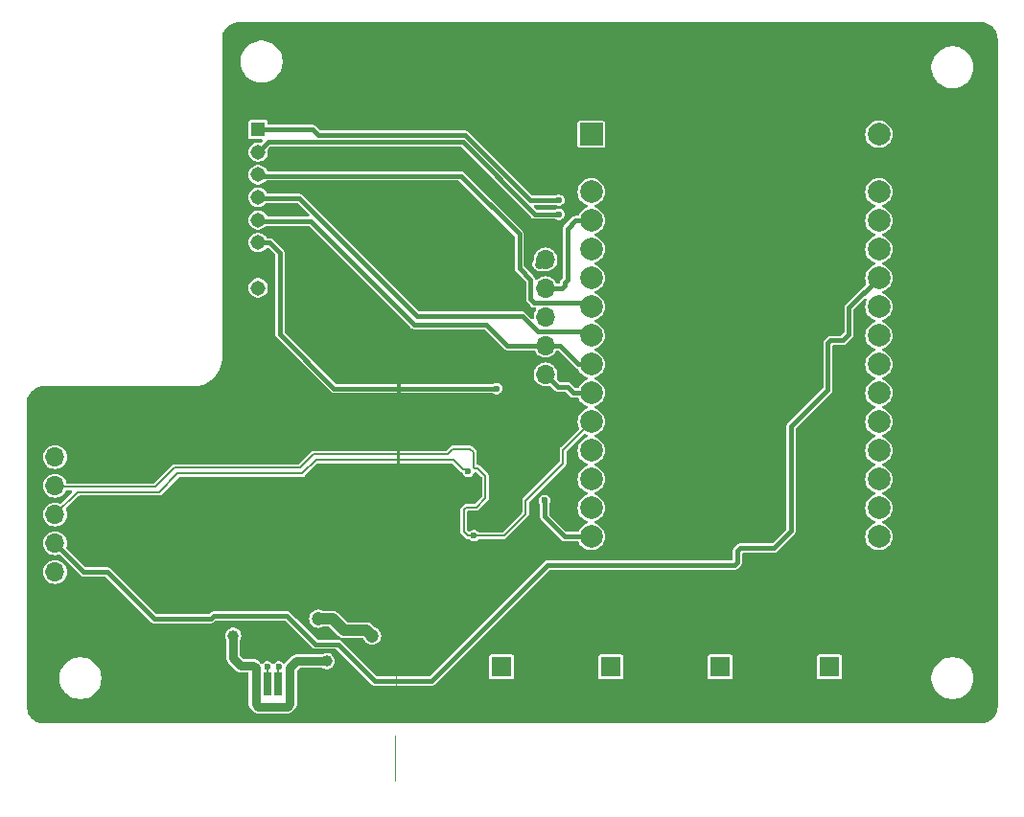
<source format=gbl>
%TF.GenerationSoftware,KiCad,Pcbnew,8.0.6*%
%TF.CreationDate,2025-06-09T20:20:09-07:00*%
%TF.ProjectId,ESP32_Clock_Gallery,45535033-325f-4436-9c6f-636b5f47616c,rev?*%
%TF.SameCoordinates,Original*%
%TF.FileFunction,Copper,L2,Bot*%
%TF.FilePolarity,Positive*%
%FSLAX46Y46*%
G04 Gerber Fmt 4.6, Leading zero omitted, Abs format (unit mm)*
G04 Created by KiCad (PCBNEW 8.0.6) date 2025-06-09 20:20:09*
%MOMM*%
%LPD*%
G01*
G04 APERTURE LIST*
G04 Aperture macros list*
%AMFreePoly0*
4,1,77,-0.971464,1.278536,-0.970000,1.275000,-0.970000,0.580000,-0.830000,0.580000,-0.830000,1.275000,-0.828536,1.278536,-0.825000,1.280000,-0.575000,1.280000,-0.571464,1.278536,-0.570000,1.275000,-0.570000,0.580000,-0.430000,0.580000,-0.430000,1.275000,-0.428536,1.278536,-0.425000,1.280000,-0.175000,1.280000,-0.171464,1.278536,-0.170000,1.275000,-0.170000,0.580000,-0.030000,0.580000,
-0.030000,1.275000,-0.028536,1.278536,-0.025000,1.280000,0.225000,1.280000,0.228536,1.278536,0.230000,1.275000,0.230000,0.580000,0.350000,0.580000,0.353536,0.578536,0.355000,0.575000,0.355000,-1.575000,0.353536,-1.578536,0.350000,-1.580000,0.230000,-1.580000,0.230000,-2.275000,0.228536,-2.278536,0.225000,-2.280000,-0.025000,-2.280000,-0.028536,-2.278536,-0.030000,-2.275000,
-0.030000,-1.580000,-0.170000,-1.580000,-0.170000,-2.275000,-0.171464,-2.278536,-0.175000,-2.280000,-0.425000,-2.280000,-0.428536,-2.278536,-0.430000,-2.275000,-0.430000,-1.580000,-0.570000,-1.580000,-0.570000,-2.275000,-0.571464,-2.278536,-0.575000,-2.280000,-0.825000,-2.280000,-0.828536,-2.278536,-0.830000,-2.275000,-0.830000,-1.580000,-0.970000,-1.580000,-0.970000,-2.275000,-0.971464,-2.278536,
-0.975000,-2.280000,-1.225000,-2.280000,-1.228536,-2.278536,-1.230000,-2.275000,-1.230000,-1.580000,-1.350000,-1.580000,-1.353536,-1.578536,-1.355000,-1.575000,-1.355000,0.575000,-1.353536,0.578536,-1.350000,0.580000,-1.230000,0.580000,-1.230000,1.275000,-1.228536,1.278536,-1.225000,1.280000,-0.975000,1.280000,-0.971464,1.278536,-0.971464,1.278536,$1*%
G04 Aperture macros list end*
%TA.AperFunction,ComponentPad*%
%ADD10R,1.700000X1.700000*%
%TD*%
%TA.AperFunction,ComponentPad*%
%ADD11O,1.700000X1.700000*%
%TD*%
%TA.AperFunction,ComponentPad*%
%ADD12R,1.800000X1.800000*%
%TD*%
%TA.AperFunction,ComponentPad*%
%ADD13C,1.800000*%
%TD*%
%TA.AperFunction,ComponentPad*%
%ADD14R,1.308000X1.308000*%
%TD*%
%TA.AperFunction,ComponentPad*%
%ADD15C,1.308000*%
%TD*%
%TA.AperFunction,ComponentPad*%
%ADD16R,2.000000X2.000000*%
%TD*%
%TA.AperFunction,ComponentPad*%
%ADD17C,2.000000*%
%TD*%
%TA.AperFunction,ComponentPad*%
%ADD18C,0.400000*%
%TD*%
%TA.AperFunction,ComponentPad*%
%ADD19FreePoly0,90.000000*%
%TD*%
%TA.AperFunction,SMDPad,CuDef*%
%ADD20R,0.700000X1.990000*%
%TD*%
%TA.AperFunction,SMDPad,CuDef*%
%ADD21R,0.800000X1.990000*%
%TD*%
%TA.AperFunction,SMDPad,CuDef*%
%ADD22R,0.900000X1.990000*%
%TD*%
%TA.AperFunction,ComponentPad*%
%ADD23O,1.000000X1.700000*%
%TD*%
%TA.AperFunction,ViaPad*%
%ADD24C,0.600000*%
%TD*%
%TA.AperFunction,ViaPad*%
%ADD25C,1.200000*%
%TD*%
%TA.AperFunction,ViaPad*%
%ADD26C,1.000000*%
%TD*%
%TA.AperFunction,Conductor*%
%ADD27C,1.000000*%
%TD*%
%TA.AperFunction,Conductor*%
%ADD28C,0.800000*%
%TD*%
%TA.AperFunction,Conductor*%
%ADD29C,0.200000*%
%TD*%
%TA.AperFunction,Conductor*%
%ADD30C,0.400000*%
%TD*%
G04 APERTURE END LIST*
D10*
X140570000Y-86690000D03*
D11*
X140570000Y-84150000D03*
X140570000Y-81610000D03*
X140570000Y-79070000D03*
X140570000Y-76530000D03*
X140570000Y-73990000D03*
D12*
X156003334Y-110025000D03*
D13*
X159503334Y-110025000D03*
D14*
X115200000Y-62500000D03*
D15*
X115200000Y-64500000D03*
X115200000Y-66500000D03*
X115200000Y-68500000D03*
X115200000Y-70500000D03*
X115200000Y-72500000D03*
X115200000Y-74500000D03*
X115200000Y-76500000D03*
D16*
X144600000Y-62920000D03*
D17*
X144600000Y-65460000D03*
X144600000Y-68000000D03*
X144600000Y-70540000D03*
X144600000Y-73080000D03*
X144600000Y-75620000D03*
X144600000Y-78160000D03*
X144600000Y-80700000D03*
X144600000Y-83240000D03*
X144600000Y-85780000D03*
X144600000Y-88320000D03*
X144600000Y-90860000D03*
X144600000Y-93400000D03*
X144600000Y-95940000D03*
X144600000Y-98480000D03*
X170000000Y-98480000D03*
X170000000Y-95940000D03*
X170000000Y-93400000D03*
X170000000Y-90860000D03*
X170000000Y-88320000D03*
X170000000Y-85780000D03*
X170000000Y-83240000D03*
X170000000Y-80700000D03*
X170000000Y-78160000D03*
X170000000Y-75620000D03*
X170000000Y-73080000D03*
X170000000Y-70540000D03*
X170000000Y-68000000D03*
X170000000Y-65460000D03*
X170000000Y-62920000D03*
D12*
X146354168Y-110025000D03*
D13*
X149854168Y-110025000D03*
D12*
X136705000Y-110025000D03*
D13*
X140205000Y-110025000D03*
D10*
X97250000Y-88920000D03*
D11*
X97250000Y-91460000D03*
X97250000Y-94000000D03*
X97250000Y-96540000D03*
X97250000Y-99080000D03*
X97250000Y-101620000D03*
D18*
X127900000Y-81425000D03*
D12*
X165652500Y-110025000D03*
D13*
X169152500Y-110025000D03*
D18*
X127900000Y-82425000D03*
D19*
X127900000Y-81425000D03*
D18*
X128900000Y-82425000D03*
X128400000Y-81925000D03*
X128900000Y-81425000D03*
D20*
X116980000Y-111500000D03*
D21*
X114960000Y-111500000D03*
D22*
X113730000Y-111500000D03*
D20*
X115980000Y-111500000D03*
D21*
X118000000Y-111500000D03*
D22*
X119230000Y-111500000D03*
D23*
X120750000Y-112295000D03*
X112210000Y-112295000D03*
D24*
X112000000Y-99250000D03*
X138750000Y-91300000D03*
X127750000Y-112125000D03*
X130750000Y-82000000D03*
X115750000Y-100500000D03*
X128750000Y-112125000D03*
X117600000Y-61750000D03*
X176500000Y-100000000D03*
X126750000Y-112125000D03*
X126000000Y-109500000D03*
X133250000Y-86250000D03*
X120250000Y-100000000D03*
X115750000Y-97250000D03*
X147250000Y-74500000D03*
X119250000Y-113250000D03*
X131500000Y-89000000D03*
X139250000Y-89000000D03*
X121750000Y-82000000D03*
X147250000Y-64500000D03*
X147250000Y-85250000D03*
X125750000Y-82500000D03*
X137500000Y-101250000D03*
X120750000Y-86000000D03*
X171000000Y-105500000D03*
X116000000Y-87000000D03*
X141250000Y-104000000D03*
X132250000Y-82250000D03*
X141450000Y-95250000D03*
X155250000Y-94500000D03*
X134000000Y-99750000D03*
X152750000Y-105250000D03*
X125750000Y-81750000D03*
X109750000Y-109600000D03*
X120750000Y-110500000D03*
X120500000Y-107000000D03*
X131250000Y-73250000D03*
X130250000Y-96250000D03*
X122750000Y-82000000D03*
X122000000Y-111000000D03*
X140250000Y-91250000D03*
X122500000Y-92500000D03*
X123750000Y-94250000D03*
X129750000Y-112125000D03*
X133350000Y-101650000D03*
X122400000Y-90350000D03*
X124500000Y-86500000D03*
X138750000Y-84000000D03*
X111000000Y-114000000D03*
X147000000Y-81500000D03*
X112000000Y-97000000D03*
X125250000Y-71000000D03*
X147250000Y-68750000D03*
X122250000Y-84500000D03*
X122350000Y-104850000D03*
X134750000Y-81000000D03*
X116750000Y-90500000D03*
X131500000Y-82250000D03*
X137500000Y-73500000D03*
X125500000Y-108500000D03*
X137750000Y-57500000D03*
X120500000Y-104500000D03*
X124000000Y-96250000D03*
X138600000Y-86500000D03*
X112000000Y-101250000D03*
X131500000Y-100000000D03*
X123000000Y-77500000D03*
X121250000Y-102000000D03*
X118750000Y-107500000D03*
X143650000Y-87050000D03*
X147500000Y-95750000D03*
X109500000Y-104500000D03*
X111500000Y-108050000D03*
X112500000Y-110500000D03*
X111000000Y-112000000D03*
X106750000Y-88500000D03*
X113750000Y-113250000D03*
X112250000Y-94250000D03*
X132750000Y-83750000D03*
X115250000Y-94250000D03*
X113000000Y-86500000D03*
X134300000Y-106100000D03*
X122000000Y-114000000D03*
X112600000Y-106200000D03*
D25*
X125250000Y-107250000D03*
X120500000Y-105750000D03*
D26*
X121250000Y-109500000D03*
X113000000Y-107250000D03*
D24*
X116000000Y-110000000D03*
X117000000Y-110000000D03*
X141750000Y-70000000D03*
X141750000Y-68750000D03*
X140469558Y-95292523D03*
X136250000Y-85400000D03*
X133750000Y-92750000D03*
X134250000Y-98400000D03*
D27*
X120500000Y-105750000D02*
X121750000Y-105750000D01*
X122850000Y-106750000D02*
X124750000Y-106750000D01*
X124750000Y-106750000D02*
X125250000Y-107250000D01*
X121750000Y-105750000D02*
X122500000Y-106500000D01*
X122500000Y-106500000D02*
X122750000Y-106750000D01*
X122750000Y-106750000D02*
X122850000Y-106750000D01*
D28*
X114780000Y-109905000D02*
X113750000Y-109905000D01*
X118585000Y-109500000D02*
X120250000Y-109500000D01*
X113750000Y-109905000D02*
X113655000Y-109905000D01*
X115165000Y-113500000D02*
X114960000Y-113295000D01*
X114960000Y-113295000D02*
X114960000Y-111500000D01*
X117795000Y-113500000D02*
X115165000Y-113500000D01*
X114960000Y-111500000D02*
X114960000Y-110085000D01*
X113655000Y-109905000D02*
X113000000Y-109250000D01*
X113000000Y-109250000D02*
X113000000Y-107250000D01*
X114960000Y-110085000D02*
X114780000Y-109905000D01*
X118000000Y-111500000D02*
X118000000Y-110085000D01*
X118000000Y-110085000D02*
X118585000Y-109500000D01*
X118000000Y-113295000D02*
X117795000Y-113500000D01*
X120250000Y-109500000D02*
X121250000Y-109500000D01*
X118000000Y-111500000D02*
X118000000Y-113295000D01*
X140000000Y-74400000D02*
X140076295Y-74400000D01*
D29*
X115980000Y-110020000D02*
X116000000Y-110000000D01*
X115980000Y-111500000D02*
X115980000Y-110020000D01*
X116980000Y-111500000D02*
X116980000Y-110020000D01*
X116980000Y-110020000D02*
X117000000Y-110000000D01*
D30*
X116100000Y-63600000D02*
X115200000Y-64500000D01*
X133251472Y-63600000D02*
X116100000Y-63600000D01*
X141750000Y-70000000D02*
X139651472Y-70000000D01*
X139651472Y-70000000D02*
X133251472Y-63600000D01*
X144260000Y-80360000D02*
X139860000Y-80360000D01*
X138500000Y-79000000D02*
X129250000Y-79000000D01*
X129250000Y-79000000D02*
X118850000Y-68600000D01*
X115300000Y-68600000D02*
X115200000Y-68500000D01*
X139860000Y-80360000D02*
X138500000Y-79000000D01*
X118850000Y-68600000D02*
X115300000Y-68600000D01*
X144600000Y-80700000D02*
X144260000Y-80360000D01*
X115300000Y-66600000D02*
X115200000Y-66500000D01*
X144600000Y-78160000D02*
X144260000Y-77820000D01*
X139570000Y-77820000D02*
X139250000Y-77500000D01*
X133100000Y-66600000D02*
X115300000Y-66600000D01*
X144260000Y-77820000D02*
X139570000Y-77820000D01*
X139250000Y-75750000D02*
X138250000Y-74750000D01*
X139250000Y-77500000D02*
X139250000Y-75750000D01*
X138250000Y-74750000D02*
X138250000Y-71750000D01*
X138250000Y-71750000D02*
X133100000Y-66600000D01*
X141860000Y-81610000D02*
X143490000Y-83240000D01*
X140570000Y-81610000D02*
X137200000Y-81610000D01*
X135340000Y-79750000D02*
X129000000Y-79750000D01*
X137200000Y-81610000D02*
X135340000Y-79750000D01*
X143490000Y-83240000D02*
X144600000Y-83240000D01*
X119850000Y-70600000D02*
X115300000Y-70600000D01*
X140570000Y-81610000D02*
X141860000Y-81610000D01*
X115300000Y-70600000D02*
X115200000Y-70500000D01*
X129000000Y-79750000D02*
X119850000Y-70600000D01*
X120500000Y-63000000D02*
X120000000Y-62500000D01*
X133500000Y-63000000D02*
X120500000Y-63000000D01*
X120000000Y-62500000D02*
X115200000Y-62500000D01*
X141750000Y-68750000D02*
X139250000Y-68750000D01*
X139250000Y-68750000D02*
X133500000Y-63000000D01*
X140469558Y-96719558D02*
X142230000Y-98480000D01*
X140469558Y-95292523D02*
X140469558Y-96719558D01*
X116200000Y-72500000D02*
X115200000Y-72500000D01*
X121900000Y-85400000D02*
X117100000Y-80600000D01*
X117100000Y-80600000D02*
X117100000Y-73400000D01*
X136250000Y-85400000D02*
X121900000Y-85400000D01*
X117100000Y-73400000D02*
X116200000Y-72500000D01*
X142230000Y-98480000D02*
X144600000Y-98480000D01*
D29*
X133550000Y-92550000D02*
X133300000Y-92550000D01*
X108100000Y-92900000D02*
X106450000Y-94550000D01*
X99240000Y-94550000D02*
X97250000Y-96540000D01*
X133750000Y-92750000D02*
X133550000Y-92550000D01*
X133300000Y-92550000D02*
X132450000Y-91700000D01*
X106450000Y-94550000D02*
X99240000Y-94550000D01*
X120300000Y-91700000D02*
X119100000Y-92900000D01*
X132450000Y-91700000D02*
X120300000Y-91700000D01*
X119100000Y-92900000D02*
X108100000Y-92900000D01*
X131900000Y-91200000D02*
X120100000Y-91200000D01*
X136900000Y-98400000D02*
X134250000Y-98400000D01*
X144600000Y-88320000D02*
X142100000Y-90820000D01*
X133550000Y-95900000D02*
X134450000Y-95900000D01*
X134450000Y-95900000D02*
X135250000Y-95100000D01*
X135250000Y-95100000D02*
X135250000Y-93100000D01*
X134250000Y-98400000D02*
X133700000Y-98400000D01*
X138800000Y-95300000D02*
X138800000Y-96500000D01*
X133350000Y-96100000D02*
X133550000Y-95900000D01*
X135250000Y-93100000D02*
X134600000Y-92450000D01*
X107837207Y-92400000D02*
X106137207Y-94100000D01*
X120100000Y-91200000D02*
X118900000Y-92400000D01*
X97350000Y-94100000D02*
X97250000Y-94000000D01*
X138800000Y-96500000D02*
X136900000Y-98400000D01*
X134200000Y-92350000D02*
X134200000Y-91050000D01*
X133350000Y-98050000D02*
X133350000Y-96100000D01*
X132350000Y-90750000D02*
X131900000Y-91200000D01*
X106137207Y-94100000D02*
X97350000Y-94100000D01*
X142100000Y-92000000D02*
X138800000Y-95300000D01*
X118900000Y-92400000D02*
X107837207Y-92400000D01*
X134300000Y-92450000D02*
X134200000Y-92350000D01*
X133900000Y-90750000D02*
X132350000Y-90750000D01*
X133700000Y-98400000D02*
X133350000Y-98050000D01*
X134200000Y-91050000D02*
X133900000Y-90750000D01*
X134600000Y-92450000D02*
X134300000Y-92450000D01*
X142100000Y-90820000D02*
X142100000Y-92000000D01*
D30*
X165500000Y-81400000D02*
X165500000Y-85500000D01*
X106000000Y-105750000D02*
X101870000Y-101620000D01*
X125500000Y-111250000D02*
X122250000Y-108000000D01*
X130500000Y-111250000D02*
X125500000Y-111250000D01*
X165500000Y-85500000D02*
X162250000Y-88750000D01*
X111000000Y-105750000D02*
X106000000Y-105750000D01*
X111250000Y-105500000D02*
X111000000Y-105750000D01*
X160750000Y-99500000D02*
X157750000Y-99500000D01*
X170000000Y-75620000D02*
X167350000Y-78270000D01*
X120250000Y-108000000D02*
X117750000Y-105500000D01*
X99790000Y-101620000D02*
X97250000Y-99080000D01*
X140750000Y-101000000D02*
X130500000Y-111250000D01*
X166800000Y-81150000D02*
X165750000Y-81150000D01*
X157250000Y-101000000D02*
X140750000Y-101000000D01*
X157500000Y-99750000D02*
X157500000Y-100750000D01*
X157500000Y-100750000D02*
X157250000Y-101000000D01*
X122250000Y-108000000D02*
X120250000Y-108000000D01*
X165750000Y-81150000D02*
X165500000Y-81400000D01*
X101870000Y-101620000D02*
X99790000Y-101620000D01*
X167350000Y-80600000D02*
X166800000Y-81150000D01*
X157750000Y-99500000D02*
X157500000Y-99750000D01*
X167350000Y-78270000D02*
X167350000Y-80600000D01*
X162250000Y-98000000D02*
X160750000Y-99500000D01*
X162250000Y-88750000D02*
X162250000Y-98000000D01*
X117750000Y-105500000D02*
X111250000Y-105500000D01*
X142500000Y-75750000D02*
X142500000Y-71250000D01*
X143210000Y-70540000D02*
X144600000Y-70540000D01*
X142500000Y-71250000D02*
X143210000Y-70540000D01*
X140570000Y-76530000D02*
X141970000Y-76530000D01*
X142250000Y-76000000D02*
X142500000Y-75750000D01*
X142250000Y-76250000D02*
X142250000Y-76000000D01*
X141970000Y-76530000D02*
X142250000Y-76250000D01*
X141670000Y-85250000D02*
X142500000Y-85250000D01*
X140570000Y-84150000D02*
X141670000Y-85250000D01*
X142500000Y-85250000D02*
X143030000Y-85780000D01*
X143030000Y-85780000D02*
X144600000Y-85780000D01*
%TA.AperFunction,Conductor*%
G36*
X179004418Y-53000816D02*
G01*
X179204561Y-53015130D01*
X179222063Y-53017647D01*
X179413797Y-53059355D01*
X179430755Y-53064334D01*
X179614609Y-53132909D01*
X179630701Y-53140259D01*
X179802904Y-53234288D01*
X179817784Y-53243849D01*
X179974867Y-53361441D01*
X179988237Y-53373027D01*
X180126972Y-53511762D01*
X180138558Y-53525132D01*
X180256146Y-53682210D01*
X180265711Y-53697095D01*
X180359740Y-53869298D01*
X180367090Y-53885390D01*
X180435662Y-54069236D01*
X180440646Y-54086212D01*
X180482351Y-54277931D01*
X180484869Y-54295442D01*
X180499184Y-54495580D01*
X180499500Y-54504427D01*
X180499500Y-113495572D01*
X180499184Y-113504419D01*
X180484869Y-113704557D01*
X180482351Y-113722068D01*
X180440646Y-113913787D01*
X180435662Y-113930763D01*
X180367090Y-114114609D01*
X180359740Y-114130701D01*
X180265711Y-114302904D01*
X180256146Y-114317789D01*
X180138558Y-114474867D01*
X180126972Y-114488237D01*
X179988237Y-114626972D01*
X179974867Y-114638558D01*
X179817789Y-114756146D01*
X179802904Y-114765711D01*
X179630701Y-114859740D01*
X179614609Y-114867090D01*
X179430763Y-114935662D01*
X179413787Y-114940646D01*
X179222068Y-114982351D01*
X179204557Y-114984869D01*
X179023779Y-114997799D01*
X179004417Y-114999184D01*
X178995572Y-114999500D01*
X96254428Y-114999500D01*
X96245582Y-114999184D01*
X96223622Y-114997613D01*
X96045442Y-114984869D01*
X96027931Y-114982351D01*
X95836212Y-114940646D01*
X95819236Y-114935662D01*
X95635390Y-114867090D01*
X95619298Y-114859740D01*
X95447095Y-114765711D01*
X95432210Y-114756146D01*
X95275132Y-114638558D01*
X95261762Y-114626972D01*
X95123027Y-114488237D01*
X95111441Y-114474867D01*
X94993849Y-114317784D01*
X94984288Y-114302904D01*
X94890259Y-114130701D01*
X94882909Y-114114609D01*
X94862383Y-114059577D01*
X94814334Y-113930755D01*
X94809355Y-113913797D01*
X94767647Y-113722063D01*
X94765130Y-113704556D01*
X94752415Y-113526782D01*
X94750816Y-113504418D01*
X94750500Y-113495572D01*
X94750500Y-110878711D01*
X97649500Y-110878711D01*
X97649500Y-111121288D01*
X97681161Y-111361785D01*
X97743947Y-111596104D01*
X97766479Y-111650500D01*
X97836776Y-111820212D01*
X97958064Y-112030289D01*
X97958066Y-112030292D01*
X97958067Y-112030293D01*
X98105733Y-112222736D01*
X98105739Y-112222743D01*
X98277256Y-112394260D01*
X98277262Y-112394265D01*
X98469711Y-112541936D01*
X98679788Y-112663224D01*
X98903900Y-112756054D01*
X99138211Y-112818838D01*
X99318586Y-112842584D01*
X99378711Y-112850500D01*
X99378712Y-112850500D01*
X99621289Y-112850500D01*
X99669388Y-112844167D01*
X99861789Y-112818838D01*
X100096100Y-112756054D01*
X100320212Y-112663224D01*
X100530289Y-112541936D01*
X100722738Y-112394265D01*
X100894265Y-112222738D01*
X101041936Y-112030289D01*
X101163224Y-111820212D01*
X101256054Y-111596100D01*
X101318838Y-111361789D01*
X101350500Y-111121288D01*
X101350500Y-110878712D01*
X101318838Y-110638211D01*
X101256054Y-110403900D01*
X101163224Y-110179788D01*
X101041936Y-109969711D01*
X100894265Y-109777262D01*
X100894260Y-109777256D01*
X100722743Y-109605739D01*
X100722736Y-109605733D01*
X100530293Y-109458067D01*
X100530292Y-109458066D01*
X100530289Y-109458064D01*
X100320212Y-109336776D01*
X100320205Y-109336773D01*
X100096104Y-109243947D01*
X99861785Y-109181161D01*
X99621289Y-109149500D01*
X99621288Y-109149500D01*
X99378712Y-109149500D01*
X99378711Y-109149500D01*
X99138214Y-109181161D01*
X98903895Y-109243947D01*
X98679794Y-109336773D01*
X98679785Y-109336777D01*
X98469706Y-109458067D01*
X98277263Y-109605733D01*
X98277256Y-109605739D01*
X98105739Y-109777256D01*
X98105733Y-109777263D01*
X97958067Y-109969706D01*
X97836777Y-110179785D01*
X97836773Y-110179794D01*
X97743947Y-110403895D01*
X97681161Y-110638214D01*
X97649500Y-110878711D01*
X94750500Y-110878711D01*
X94750500Y-107250000D01*
X112294355Y-107250000D01*
X112314859Y-107418869D01*
X112314860Y-107418874D01*
X112375181Y-107577928D01*
X112375182Y-107577930D01*
X112377549Y-107581360D01*
X112378509Y-107584269D01*
X112378668Y-107584572D01*
X112378617Y-107584598D01*
X112399433Y-107647713D01*
X112399500Y-107651800D01*
X112399500Y-109163330D01*
X112399499Y-109163348D01*
X112399499Y-109329054D01*
X112399498Y-109329054D01*
X112440424Y-109481787D01*
X112441995Y-109484508D01*
X112441993Y-109484508D01*
X112441999Y-109484515D01*
X112519475Y-109618709D01*
X112519481Y-109618717D01*
X112638349Y-109737585D01*
X112638355Y-109737590D01*
X113170139Y-110269374D01*
X113170149Y-110269385D01*
X113174479Y-110273715D01*
X113174480Y-110273716D01*
X113286284Y-110385520D01*
X113357730Y-110426769D01*
X113423215Y-110464577D01*
X113575943Y-110505501D01*
X113575946Y-110505501D01*
X113741653Y-110505501D01*
X113741669Y-110505500D01*
X114235500Y-110505500D01*
X114302539Y-110525185D01*
X114348294Y-110577989D01*
X114359500Y-110629500D01*
X114359500Y-113208330D01*
X114359499Y-113208348D01*
X114359499Y-113374054D01*
X114359498Y-113374054D01*
X114394430Y-113504418D01*
X114400423Y-113526785D01*
X114423002Y-113565892D01*
X114460654Y-113631108D01*
X114479479Y-113663715D01*
X114608720Y-113792956D01*
X114608725Y-113792960D01*
X114796284Y-113980520D01*
X114796286Y-113980521D01*
X114796290Y-113980524D01*
X114933209Y-114059573D01*
X114933216Y-114059577D01*
X115085943Y-114100501D01*
X115085945Y-114100501D01*
X115251654Y-114100501D01*
X115251670Y-114100500D01*
X117708331Y-114100500D01*
X117708347Y-114100501D01*
X117715943Y-114100501D01*
X117874054Y-114100501D01*
X117874057Y-114100501D01*
X118026785Y-114059577D01*
X118076904Y-114030639D01*
X118163716Y-113980520D01*
X118275520Y-113868716D01*
X118275520Y-113868714D01*
X118480520Y-113663716D01*
X118559577Y-113526784D01*
X118600501Y-113374057D01*
X118600501Y-113215942D01*
X118600501Y-113208339D01*
X118600500Y-113208329D01*
X118600500Y-110385097D01*
X118620185Y-110318058D01*
X118636819Y-110297416D01*
X118797416Y-110136819D01*
X118858739Y-110103334D01*
X118885097Y-110100500D01*
X120170943Y-110100500D01*
X120856246Y-110100500D01*
X120913871Y-110114703D01*
X120999775Y-110159790D01*
X121164944Y-110200500D01*
X121335056Y-110200500D01*
X121500225Y-110159790D01*
X121607792Y-110103334D01*
X121650849Y-110080736D01*
X121650850Y-110080734D01*
X121650852Y-110080734D01*
X121778183Y-109967929D01*
X121874818Y-109827930D01*
X121935140Y-109668872D01*
X121955645Y-109500000D01*
X121935140Y-109331128D01*
X121934353Y-109329054D01*
X121878266Y-109181162D01*
X121874818Y-109172070D01*
X121874037Y-109170939D01*
X121840476Y-109122318D01*
X121778183Y-109032071D01*
X121674735Y-108940424D01*
X121650849Y-108919263D01*
X121500226Y-108840210D01*
X121335056Y-108799500D01*
X121164944Y-108799500D01*
X120999775Y-108840209D01*
X120942171Y-108870443D01*
X120913871Y-108885296D01*
X120856246Y-108899500D01*
X118671669Y-108899500D01*
X118671653Y-108899499D01*
X118664057Y-108899499D01*
X118505943Y-108899499D01*
X118398587Y-108928265D01*
X118353210Y-108940424D01*
X118353209Y-108940425D01*
X118303096Y-108969359D01*
X118303095Y-108969360D01*
X118283892Y-108980447D01*
X118216285Y-109019479D01*
X118216282Y-109019481D01*
X117906710Y-109329054D01*
X117631286Y-109604478D01*
X117631284Y-109604480D01*
X117566895Y-109668869D01*
X117558438Y-109677326D01*
X117497114Y-109710810D01*
X117427423Y-109705825D01*
X117377045Y-109670847D01*
X117331130Y-109617858D01*
X117331128Y-109617857D01*
X117210053Y-109540047D01*
X117210051Y-109540046D01*
X117210049Y-109540045D01*
X117210050Y-109540045D01*
X117071963Y-109499500D01*
X117071961Y-109499500D01*
X116928039Y-109499500D01*
X116928036Y-109499500D01*
X116789949Y-109540045D01*
X116668873Y-109617856D01*
X116668872Y-109617856D01*
X116668872Y-109617857D01*
X116604387Y-109692278D01*
X116593713Y-109704596D01*
X116534935Y-109742370D01*
X116465065Y-109742370D01*
X116406287Y-109704596D01*
X116401227Y-109698756D01*
X116331128Y-109617857D01*
X116210053Y-109540047D01*
X116210051Y-109540046D01*
X116210049Y-109540045D01*
X116210050Y-109540045D01*
X116071963Y-109499500D01*
X116071961Y-109499500D01*
X115928039Y-109499500D01*
X115928036Y-109499500D01*
X115789949Y-109540045D01*
X115668873Y-109617856D01*
X115604386Y-109692278D01*
X115545607Y-109730052D01*
X115475738Y-109730052D01*
X115422993Y-109698757D01*
X115328716Y-109604480D01*
X115328715Y-109604479D01*
X115324385Y-109600149D01*
X115324374Y-109600139D01*
X115267590Y-109543355D01*
X115267588Y-109543352D01*
X115148717Y-109424481D01*
X115148716Y-109424480D01*
X115061904Y-109374360D01*
X115061904Y-109374359D01*
X115061900Y-109374358D01*
X115011785Y-109345423D01*
X114859057Y-109304499D01*
X114700943Y-109304499D01*
X114693347Y-109304499D01*
X114693331Y-109304500D01*
X113955097Y-109304500D01*
X113888058Y-109284815D01*
X113867416Y-109268181D01*
X113636819Y-109037584D01*
X113603334Y-108976261D01*
X113600500Y-108949903D01*
X113600500Y-107651800D01*
X113620185Y-107584761D01*
X113622429Y-107581389D01*
X113624818Y-107577930D01*
X113685140Y-107418872D01*
X113705645Y-107250000D01*
X113685140Y-107081128D01*
X113624818Y-106922070D01*
X113528183Y-106782071D01*
X113400852Y-106669266D01*
X113400849Y-106669263D01*
X113250226Y-106590210D01*
X113085056Y-106549500D01*
X112914944Y-106549500D01*
X112749773Y-106590210D01*
X112599150Y-106669263D01*
X112471816Y-106782072D01*
X112375182Y-106922068D01*
X112314860Y-107081125D01*
X112314859Y-107081130D01*
X112294355Y-107250000D01*
X94750500Y-107250000D01*
X94750500Y-101620000D01*
X96194417Y-101620000D01*
X96214699Y-101825932D01*
X96214700Y-101825934D01*
X96274768Y-102023954D01*
X96372315Y-102206450D01*
X96372317Y-102206452D01*
X96503589Y-102366410D01*
X96600209Y-102445702D01*
X96663550Y-102497685D01*
X96846046Y-102595232D01*
X97044066Y-102655300D01*
X97044065Y-102655300D01*
X97062529Y-102657118D01*
X97250000Y-102675583D01*
X97455934Y-102655300D01*
X97653954Y-102595232D01*
X97836450Y-102497685D01*
X97996410Y-102366410D01*
X98127685Y-102206450D01*
X98225232Y-102023954D01*
X98285300Y-101825934D01*
X98305583Y-101620000D01*
X98285300Y-101414066D01*
X98225232Y-101216046D01*
X98127685Y-101033550D01*
X98075702Y-100970209D01*
X97996410Y-100873589D01*
X97836452Y-100742317D01*
X97836453Y-100742317D01*
X97836450Y-100742315D01*
X97653954Y-100644768D01*
X97455934Y-100584700D01*
X97455932Y-100584699D01*
X97455934Y-100584699D01*
X97250000Y-100564417D01*
X97044067Y-100584699D01*
X96846043Y-100644769D01*
X96781030Y-100679520D01*
X96663550Y-100742315D01*
X96663548Y-100742316D01*
X96663547Y-100742317D01*
X96503589Y-100873589D01*
X96372317Y-101033547D01*
X96274769Y-101216043D01*
X96214699Y-101414067D01*
X96194417Y-101620000D01*
X94750500Y-101620000D01*
X94750500Y-99080000D01*
X96194417Y-99080000D01*
X96214699Y-99285932D01*
X96216612Y-99292238D01*
X96274768Y-99483954D01*
X96372315Y-99666450D01*
X96397607Y-99697269D01*
X96503589Y-99826410D01*
X96593868Y-99900499D01*
X96663550Y-99957685D01*
X96846046Y-100055232D01*
X97044066Y-100115300D01*
X97044065Y-100115300D01*
X97062529Y-100117118D01*
X97250000Y-100135583D01*
X97455934Y-100115300D01*
X97586581Y-100075668D01*
X97656447Y-100075046D01*
X97710256Y-100106649D01*
X99469519Y-101865912D01*
X99469520Y-101865913D01*
X99544087Y-101940480D01*
X99635413Y-101993207D01*
X99737273Y-102020500D01*
X101652745Y-102020500D01*
X101719784Y-102040185D01*
X101740426Y-102056819D01*
X105754087Y-106070480D01*
X105845412Y-106123207D01*
X105947273Y-106150500D01*
X105947275Y-106150500D01*
X111052725Y-106150500D01*
X111052727Y-106150500D01*
X111154588Y-106123207D01*
X111245913Y-106070480D01*
X111379574Y-105936819D01*
X111440897Y-105903334D01*
X111467255Y-105900500D01*
X117532745Y-105900500D01*
X117599784Y-105920185D01*
X117620426Y-105936819D01*
X120004087Y-108320480D01*
X120095412Y-108373207D01*
X120197273Y-108400500D01*
X122032745Y-108400500D01*
X122099784Y-108420185D01*
X122120426Y-108436819D01*
X125254087Y-111570480D01*
X125345412Y-111623207D01*
X125447273Y-111650500D01*
X125447275Y-111650500D01*
X130552725Y-111650500D01*
X130552727Y-111650500D01*
X130654588Y-111623207D01*
X130745913Y-111570480D01*
X133211146Y-109105247D01*
X135604500Y-109105247D01*
X135604500Y-110944752D01*
X135616131Y-111003229D01*
X135616132Y-111003230D01*
X135660447Y-111069552D01*
X135726769Y-111113867D01*
X135726770Y-111113868D01*
X135785247Y-111125499D01*
X135785250Y-111125500D01*
X135785252Y-111125500D01*
X137624750Y-111125500D01*
X137624751Y-111125499D01*
X137639568Y-111122552D01*
X137683229Y-111113868D01*
X137683229Y-111113867D01*
X137683231Y-111113867D01*
X137749552Y-111069552D01*
X137793867Y-111003231D01*
X137793867Y-111003229D01*
X137793868Y-111003229D01*
X137805499Y-110944752D01*
X137805500Y-110944750D01*
X137805500Y-109105249D01*
X137805499Y-109105247D01*
X145253668Y-109105247D01*
X145253668Y-110944752D01*
X145265299Y-111003229D01*
X145265300Y-111003230D01*
X145309615Y-111069552D01*
X145375937Y-111113867D01*
X145375938Y-111113868D01*
X145434415Y-111125499D01*
X145434418Y-111125500D01*
X145434420Y-111125500D01*
X147273918Y-111125500D01*
X147273919Y-111125499D01*
X147288736Y-111122552D01*
X147332397Y-111113868D01*
X147332397Y-111113867D01*
X147332399Y-111113867D01*
X147398720Y-111069552D01*
X147443035Y-111003231D01*
X147443035Y-111003229D01*
X147443036Y-111003229D01*
X147454667Y-110944752D01*
X147454668Y-110944750D01*
X147454668Y-109105249D01*
X147454667Y-109105247D01*
X154902834Y-109105247D01*
X154902834Y-110944752D01*
X154914465Y-111003229D01*
X154914466Y-111003230D01*
X154958781Y-111069552D01*
X155025103Y-111113867D01*
X155025104Y-111113868D01*
X155083581Y-111125499D01*
X155083584Y-111125500D01*
X155083586Y-111125500D01*
X156923084Y-111125500D01*
X156923085Y-111125499D01*
X156937902Y-111122552D01*
X156981563Y-111113868D01*
X156981563Y-111113867D01*
X156981565Y-111113867D01*
X157047886Y-111069552D01*
X157092201Y-111003231D01*
X157092201Y-111003229D01*
X157092202Y-111003229D01*
X157103833Y-110944752D01*
X157103834Y-110944750D01*
X157103834Y-109105249D01*
X157103833Y-109105247D01*
X164552000Y-109105247D01*
X164552000Y-110944752D01*
X164563631Y-111003229D01*
X164563632Y-111003230D01*
X164607947Y-111069552D01*
X164674269Y-111113867D01*
X164674270Y-111113868D01*
X164732747Y-111125499D01*
X164732750Y-111125500D01*
X164732752Y-111125500D01*
X166572250Y-111125500D01*
X166572251Y-111125499D01*
X166587068Y-111122552D01*
X166630729Y-111113868D01*
X166630729Y-111113867D01*
X166630731Y-111113867D01*
X166697052Y-111069552D01*
X166741367Y-111003231D01*
X166741367Y-111003229D01*
X166741368Y-111003229D01*
X166752999Y-110944752D01*
X166753000Y-110944750D01*
X166753000Y-110878711D01*
X174649500Y-110878711D01*
X174649500Y-111121288D01*
X174681161Y-111361785D01*
X174743947Y-111596104D01*
X174766479Y-111650500D01*
X174836776Y-111820212D01*
X174958064Y-112030289D01*
X174958066Y-112030292D01*
X174958067Y-112030293D01*
X175105733Y-112222736D01*
X175105739Y-112222743D01*
X175277256Y-112394260D01*
X175277262Y-112394265D01*
X175469711Y-112541936D01*
X175679788Y-112663224D01*
X175903900Y-112756054D01*
X176138211Y-112818838D01*
X176318586Y-112842584D01*
X176378711Y-112850500D01*
X176378712Y-112850500D01*
X176621289Y-112850500D01*
X176669388Y-112844167D01*
X176861789Y-112818838D01*
X177096100Y-112756054D01*
X177320212Y-112663224D01*
X177530289Y-112541936D01*
X177722738Y-112394265D01*
X177894265Y-112222738D01*
X178041936Y-112030289D01*
X178163224Y-111820212D01*
X178256054Y-111596100D01*
X178318838Y-111361789D01*
X178350500Y-111121288D01*
X178350500Y-110878712D01*
X178318838Y-110638211D01*
X178256054Y-110403900D01*
X178163224Y-110179788D01*
X178041936Y-109969711D01*
X177894265Y-109777262D01*
X177894260Y-109777256D01*
X177722743Y-109605739D01*
X177722736Y-109605733D01*
X177530293Y-109458067D01*
X177530292Y-109458066D01*
X177530289Y-109458064D01*
X177320212Y-109336776D01*
X177320205Y-109336773D01*
X177096104Y-109243947D01*
X176861785Y-109181161D01*
X176621289Y-109149500D01*
X176621288Y-109149500D01*
X176378712Y-109149500D01*
X176378711Y-109149500D01*
X176138214Y-109181161D01*
X175903895Y-109243947D01*
X175679794Y-109336773D01*
X175679785Y-109336777D01*
X175469706Y-109458067D01*
X175277263Y-109605733D01*
X175277256Y-109605739D01*
X175105739Y-109777256D01*
X175105733Y-109777263D01*
X174958067Y-109969706D01*
X174836777Y-110179785D01*
X174836773Y-110179794D01*
X174743947Y-110403895D01*
X174681161Y-110638214D01*
X174649500Y-110878711D01*
X166753000Y-110878711D01*
X166753000Y-109105249D01*
X166752999Y-109105247D01*
X166741368Y-109046770D01*
X166741367Y-109046769D01*
X166697052Y-108980447D01*
X166630730Y-108936132D01*
X166630729Y-108936131D01*
X166572252Y-108924500D01*
X166572248Y-108924500D01*
X164732752Y-108924500D01*
X164732747Y-108924500D01*
X164674270Y-108936131D01*
X164674269Y-108936132D01*
X164607947Y-108980447D01*
X164563632Y-109046769D01*
X164563631Y-109046770D01*
X164552000Y-109105247D01*
X157103833Y-109105247D01*
X157092202Y-109046770D01*
X157092201Y-109046769D01*
X157047886Y-108980447D01*
X156981564Y-108936132D01*
X156981563Y-108936131D01*
X156923086Y-108924500D01*
X156923082Y-108924500D01*
X155083586Y-108924500D01*
X155083581Y-108924500D01*
X155025104Y-108936131D01*
X155025103Y-108936132D01*
X154958781Y-108980447D01*
X154914466Y-109046769D01*
X154914465Y-109046770D01*
X154902834Y-109105247D01*
X147454667Y-109105247D01*
X147443036Y-109046770D01*
X147443035Y-109046769D01*
X147398720Y-108980447D01*
X147332398Y-108936132D01*
X147332397Y-108936131D01*
X147273920Y-108924500D01*
X147273916Y-108924500D01*
X145434420Y-108924500D01*
X145434415Y-108924500D01*
X145375938Y-108936131D01*
X145375937Y-108936132D01*
X145309615Y-108980447D01*
X145265300Y-109046769D01*
X145265299Y-109046770D01*
X145253668Y-109105247D01*
X137805499Y-109105247D01*
X137793868Y-109046770D01*
X137793867Y-109046769D01*
X137749552Y-108980447D01*
X137683230Y-108936132D01*
X137683229Y-108936131D01*
X137624752Y-108924500D01*
X137624748Y-108924500D01*
X135785252Y-108924500D01*
X135785247Y-108924500D01*
X135726770Y-108936131D01*
X135726769Y-108936132D01*
X135660447Y-108980447D01*
X135616132Y-109046769D01*
X135616131Y-109046770D01*
X135604500Y-109105247D01*
X133211146Y-109105247D01*
X140879574Y-101436819D01*
X140940897Y-101403334D01*
X140967255Y-101400500D01*
X157302725Y-101400500D01*
X157302727Y-101400500D01*
X157404588Y-101373207D01*
X157495913Y-101320480D01*
X157820480Y-100995913D01*
X157873207Y-100904587D01*
X157900500Y-100802727D01*
X157900500Y-100024500D01*
X157920185Y-99957461D01*
X157972989Y-99911706D01*
X158024500Y-99900500D01*
X160802725Y-99900500D01*
X160802727Y-99900500D01*
X160904588Y-99873207D01*
X160995913Y-99820480D01*
X162570480Y-98245913D01*
X162616624Y-98165989D01*
X162623207Y-98154587D01*
X162650500Y-98052727D01*
X162650500Y-88967255D01*
X162670185Y-88900216D01*
X162686819Y-88879574D01*
X164208519Y-87357874D01*
X165820480Y-85745913D01*
X165873207Y-85654588D01*
X165900500Y-85552727D01*
X165900500Y-85447273D01*
X165900500Y-81674500D01*
X165920185Y-81607461D01*
X165972989Y-81561706D01*
X166024500Y-81550500D01*
X166852725Y-81550500D01*
X166852727Y-81550500D01*
X166954588Y-81523207D01*
X167045913Y-81470480D01*
X167670480Y-80845913D01*
X167679944Y-80829520D01*
X167723207Y-80754587D01*
X167750500Y-80652727D01*
X167750500Y-78487254D01*
X167770185Y-78420215D01*
X167786814Y-78399578D01*
X168748714Y-77437677D01*
X168810037Y-77404193D01*
X168879729Y-77409177D01*
X168935662Y-77451049D01*
X168960079Y-77516513D01*
X168947395Y-77580631D01*
X168875775Y-77724461D01*
X168875769Y-77724476D01*
X168814885Y-77938462D01*
X168814884Y-77938464D01*
X168794357Y-78159999D01*
X168794357Y-78160000D01*
X168814884Y-78381535D01*
X168814885Y-78381537D01*
X168875769Y-78595523D01*
X168875775Y-78595538D01*
X168974938Y-78794683D01*
X168974943Y-78794691D01*
X169109020Y-78972238D01*
X169273437Y-79122123D01*
X169273439Y-79122125D01*
X169462595Y-79239245D01*
X169462596Y-79239245D01*
X169462599Y-79239247D01*
X169656524Y-79314374D01*
X169711924Y-79356946D01*
X169735515Y-79422713D01*
X169719804Y-79490793D01*
X169669780Y-79539572D01*
X169656533Y-79545622D01*
X169539746Y-79590866D01*
X169462601Y-79620752D01*
X169462595Y-79620754D01*
X169273439Y-79737874D01*
X169273437Y-79737876D01*
X169109020Y-79887761D01*
X168974943Y-80065308D01*
X168974938Y-80065316D01*
X168875775Y-80264461D01*
X168875769Y-80264476D01*
X168814885Y-80478462D01*
X168814884Y-80478464D01*
X168794357Y-80699999D01*
X168794357Y-80700000D01*
X168814884Y-80921535D01*
X168814885Y-80921537D01*
X168875769Y-81135523D01*
X168875775Y-81135538D01*
X168974938Y-81334683D01*
X168974943Y-81334691D01*
X169109020Y-81512238D01*
X169273437Y-81662123D01*
X169273439Y-81662125D01*
X169462595Y-81779245D01*
X169462596Y-81779245D01*
X169462599Y-81779247D01*
X169656524Y-81854374D01*
X169711924Y-81896946D01*
X169735515Y-81962713D01*
X169719804Y-82030793D01*
X169669780Y-82079572D01*
X169656533Y-82085622D01*
X169508488Y-82142975D01*
X169462601Y-82160752D01*
X169462595Y-82160754D01*
X169273439Y-82277874D01*
X169273437Y-82277876D01*
X169109020Y-82427761D01*
X168974943Y-82605308D01*
X168974938Y-82605316D01*
X168875775Y-82804461D01*
X168875769Y-82804476D01*
X168814885Y-83018462D01*
X168814884Y-83018464D01*
X168794357Y-83239999D01*
X168794357Y-83240000D01*
X168814884Y-83461535D01*
X168814885Y-83461537D01*
X168875769Y-83675523D01*
X168875775Y-83675538D01*
X168974938Y-83874683D01*
X168974943Y-83874691D01*
X169109020Y-84052238D01*
X169253817Y-84184237D01*
X169269856Y-84198859D01*
X169273437Y-84202123D01*
X169273439Y-84202125D01*
X169462595Y-84319245D01*
X169462596Y-84319245D01*
X169462599Y-84319247D01*
X169656524Y-84394374D01*
X169711924Y-84436946D01*
X169735515Y-84502713D01*
X169719804Y-84570793D01*
X169669780Y-84619572D01*
X169656533Y-84625622D01*
X169538928Y-84671183D01*
X169462601Y-84700752D01*
X169462595Y-84700754D01*
X169273439Y-84817874D01*
X169273437Y-84817876D01*
X169109020Y-84967761D01*
X168974943Y-85145308D01*
X168974938Y-85145316D01*
X168875775Y-85344461D01*
X168875769Y-85344476D01*
X168814885Y-85558462D01*
X168814884Y-85558464D01*
X168794357Y-85779999D01*
X168794357Y-85780000D01*
X168814884Y-86001535D01*
X168814885Y-86001537D01*
X168875769Y-86215523D01*
X168875775Y-86215538D01*
X168974938Y-86414683D01*
X168974943Y-86414691D01*
X169109020Y-86592238D01*
X169273437Y-86742123D01*
X169273439Y-86742125D01*
X169462595Y-86859245D01*
X169462596Y-86859245D01*
X169462599Y-86859247D01*
X169656524Y-86934374D01*
X169711924Y-86976946D01*
X169735515Y-87042713D01*
X169719804Y-87110793D01*
X169669780Y-87159572D01*
X169656533Y-87165622D01*
X169508488Y-87222975D01*
X169462601Y-87240752D01*
X169462595Y-87240754D01*
X169273439Y-87357874D01*
X169273437Y-87357876D01*
X169109020Y-87507761D01*
X168974943Y-87685308D01*
X168974938Y-87685316D01*
X168875775Y-87884461D01*
X168875769Y-87884476D01*
X168814885Y-88098462D01*
X168814884Y-88098464D01*
X168794357Y-88319999D01*
X168794357Y-88320000D01*
X168814884Y-88541535D01*
X168814885Y-88541537D01*
X168875769Y-88755523D01*
X168875775Y-88755538D01*
X168974938Y-88954683D01*
X168974943Y-88954691D01*
X169109020Y-89132238D01*
X169273437Y-89282123D01*
X169273439Y-89282125D01*
X169462595Y-89399245D01*
X169462596Y-89399245D01*
X169462599Y-89399247D01*
X169656524Y-89474374D01*
X169711924Y-89516946D01*
X169735515Y-89582713D01*
X169719804Y-89650793D01*
X169669780Y-89699572D01*
X169656533Y-89705622D01*
X169508488Y-89762975D01*
X169462601Y-89780752D01*
X169462595Y-89780754D01*
X169273439Y-89897874D01*
X169273437Y-89897876D01*
X169109020Y-90047761D01*
X168974943Y-90225308D01*
X168974938Y-90225316D01*
X168875775Y-90424461D01*
X168875769Y-90424476D01*
X168814885Y-90638462D01*
X168814884Y-90638464D01*
X168794357Y-90859999D01*
X168794357Y-90860000D01*
X168814884Y-91081535D01*
X168814885Y-91081537D01*
X168875769Y-91295523D01*
X168875775Y-91295538D01*
X168974938Y-91494683D01*
X168974943Y-91494691D01*
X169109020Y-91672238D01*
X169273437Y-91822123D01*
X169273439Y-91822125D01*
X169462595Y-91939245D01*
X169462596Y-91939245D01*
X169462599Y-91939247D01*
X169656524Y-92014374D01*
X169711924Y-92056946D01*
X169735515Y-92122713D01*
X169719804Y-92190793D01*
X169669780Y-92239572D01*
X169656533Y-92245622D01*
X169508488Y-92302975D01*
X169462601Y-92320752D01*
X169462595Y-92320754D01*
X169273439Y-92437874D01*
X169273437Y-92437876D01*
X169109020Y-92587761D01*
X168974943Y-92765308D01*
X168974938Y-92765316D01*
X168875775Y-92964461D01*
X168875769Y-92964476D01*
X168814885Y-93178462D01*
X168814884Y-93178464D01*
X168794357Y-93399999D01*
X168794357Y-93400000D01*
X168814884Y-93621535D01*
X168814885Y-93621537D01*
X168875769Y-93835523D01*
X168875775Y-93835538D01*
X168974938Y-94034683D01*
X168974943Y-94034691D01*
X169109020Y-94212238D01*
X169273437Y-94362123D01*
X169273439Y-94362125D01*
X169462595Y-94479245D01*
X169462596Y-94479245D01*
X169462599Y-94479247D01*
X169656524Y-94554374D01*
X169711924Y-94596946D01*
X169735515Y-94662713D01*
X169719804Y-94730793D01*
X169669780Y-94779572D01*
X169656533Y-94785622D01*
X169535353Y-94832568D01*
X169462601Y-94860752D01*
X169462595Y-94860754D01*
X169273439Y-94977874D01*
X169273437Y-94977876D01*
X169109020Y-95127761D01*
X168974943Y-95305308D01*
X168974938Y-95305316D01*
X168875775Y-95504461D01*
X168875769Y-95504476D01*
X168814885Y-95718462D01*
X168814884Y-95718464D01*
X168794357Y-95939999D01*
X168794357Y-95940000D01*
X168814884Y-96161535D01*
X168814885Y-96161537D01*
X168875769Y-96375523D01*
X168875775Y-96375538D01*
X168974938Y-96574683D01*
X168974943Y-96574691D01*
X169109020Y-96752238D01*
X169273437Y-96902123D01*
X169273439Y-96902125D01*
X169462595Y-97019245D01*
X169462596Y-97019245D01*
X169462599Y-97019247D01*
X169656524Y-97094374D01*
X169711924Y-97136946D01*
X169735515Y-97202713D01*
X169719804Y-97270793D01*
X169669780Y-97319572D01*
X169656533Y-97325622D01*
X169508488Y-97382975D01*
X169462601Y-97400752D01*
X169462595Y-97400754D01*
X169273439Y-97517874D01*
X169273437Y-97517876D01*
X169109020Y-97667761D01*
X168974943Y-97845308D01*
X168974938Y-97845316D01*
X168875775Y-98044461D01*
X168875769Y-98044476D01*
X168814885Y-98258462D01*
X168814884Y-98258464D01*
X168794357Y-98479999D01*
X168794357Y-98480000D01*
X168814884Y-98701535D01*
X168814885Y-98701537D01*
X168875769Y-98915523D01*
X168875775Y-98915538D01*
X168974938Y-99114683D01*
X168974943Y-99114691D01*
X169109020Y-99292238D01*
X169273437Y-99442123D01*
X169273439Y-99442125D01*
X169462595Y-99559245D01*
X169462596Y-99559245D01*
X169462599Y-99559247D01*
X169670060Y-99639618D01*
X169888757Y-99680500D01*
X169888759Y-99680500D01*
X170111241Y-99680500D01*
X170111243Y-99680500D01*
X170329940Y-99639618D01*
X170537401Y-99559247D01*
X170726562Y-99442124D01*
X170890981Y-99292236D01*
X171025058Y-99114689D01*
X171124229Y-98915528D01*
X171185115Y-98701536D01*
X171205643Y-98480000D01*
X171185115Y-98258464D01*
X171124229Y-98044472D01*
X171124224Y-98044461D01*
X171025061Y-97845316D01*
X171025056Y-97845308D01*
X170890979Y-97667761D01*
X170726562Y-97517876D01*
X170726560Y-97517874D01*
X170537404Y-97400754D01*
X170537395Y-97400750D01*
X170443956Y-97364552D01*
X170343475Y-97325625D01*
X170288075Y-97283054D01*
X170264484Y-97217288D01*
X170280195Y-97149207D01*
X170330219Y-97100428D01*
X170343466Y-97094377D01*
X170537401Y-97019247D01*
X170726562Y-96902124D01*
X170890981Y-96752236D01*
X171025058Y-96574689D01*
X171124229Y-96375528D01*
X171185115Y-96161536D01*
X171205643Y-95940000D01*
X171185115Y-95718464D01*
X171124229Y-95504472D01*
X171114243Y-95484417D01*
X171025061Y-95305316D01*
X171025056Y-95305308D01*
X170890979Y-95127761D01*
X170726562Y-94977876D01*
X170726560Y-94977874D01*
X170537404Y-94860754D01*
X170537395Y-94860750D01*
X170443956Y-94824552D01*
X170343475Y-94785625D01*
X170288075Y-94743054D01*
X170264484Y-94677288D01*
X170280195Y-94609207D01*
X170330219Y-94560428D01*
X170343466Y-94554377D01*
X170537401Y-94479247D01*
X170726562Y-94362124D01*
X170890981Y-94212236D01*
X171025058Y-94034689D01*
X171124229Y-93835528D01*
X171185115Y-93621536D01*
X171205643Y-93400000D01*
X171185115Y-93178464D01*
X171124229Y-92964472D01*
X171114243Y-92944417D01*
X171025061Y-92765316D01*
X171025056Y-92765308D01*
X170890979Y-92587761D01*
X170726562Y-92437876D01*
X170726560Y-92437874D01*
X170537404Y-92320754D01*
X170537395Y-92320750D01*
X170412244Y-92272267D01*
X170343475Y-92245625D01*
X170288075Y-92203054D01*
X170264484Y-92137288D01*
X170280195Y-92069207D01*
X170330219Y-92020428D01*
X170343466Y-92014377D01*
X170537401Y-91939247D01*
X170726562Y-91822124D01*
X170890981Y-91672236D01*
X171025058Y-91494689D01*
X171124229Y-91295528D01*
X171185115Y-91081536D01*
X171205643Y-90860000D01*
X171185115Y-90638464D01*
X171124229Y-90424472D01*
X171114243Y-90404417D01*
X171025061Y-90225316D01*
X171025056Y-90225308D01*
X170890979Y-90047761D01*
X170726562Y-89897876D01*
X170726560Y-89897874D01*
X170537404Y-89780754D01*
X170537395Y-89780750D01*
X170443956Y-89744552D01*
X170343475Y-89705625D01*
X170288075Y-89663054D01*
X170264484Y-89597288D01*
X170280195Y-89529207D01*
X170330219Y-89480428D01*
X170343466Y-89474377D01*
X170537401Y-89399247D01*
X170726562Y-89282124D01*
X170890981Y-89132236D01*
X171025058Y-88954689D01*
X171052183Y-88900216D01*
X171124224Y-88755538D01*
X171124223Y-88755538D01*
X171124229Y-88755528D01*
X171185115Y-88541536D01*
X171205643Y-88320000D01*
X171185115Y-88098464D01*
X171124229Y-87884472D01*
X171124224Y-87884461D01*
X171025061Y-87685316D01*
X171025056Y-87685308D01*
X170890979Y-87507761D01*
X170726562Y-87357876D01*
X170726560Y-87357874D01*
X170537404Y-87240754D01*
X170537395Y-87240750D01*
X170443956Y-87204552D01*
X170343475Y-87165625D01*
X170288075Y-87123054D01*
X170264484Y-87057288D01*
X170280195Y-86989207D01*
X170330219Y-86940428D01*
X170343466Y-86934377D01*
X170537401Y-86859247D01*
X170726562Y-86742124D01*
X170890981Y-86592236D01*
X171025058Y-86414689D01*
X171124229Y-86215528D01*
X171185115Y-86001536D01*
X171205643Y-85780000D01*
X171205013Y-85773206D01*
X171185115Y-85558464D01*
X171185114Y-85558462D01*
X171183482Y-85552727D01*
X171124229Y-85344472D01*
X171124224Y-85344461D01*
X171025061Y-85145316D01*
X171025056Y-85145308D01*
X170890979Y-84967761D01*
X170726562Y-84817876D01*
X170726560Y-84817874D01*
X170537404Y-84700754D01*
X170537395Y-84700750D01*
X170443956Y-84664552D01*
X170343475Y-84625625D01*
X170288075Y-84583054D01*
X170264484Y-84517288D01*
X170280195Y-84449207D01*
X170330219Y-84400428D01*
X170343466Y-84394377D01*
X170537401Y-84319247D01*
X170726562Y-84202124D01*
X170890981Y-84052236D01*
X171025058Y-83874689D01*
X171124229Y-83675528D01*
X171185115Y-83461536D01*
X171205643Y-83240000D01*
X171199598Y-83174768D01*
X171185115Y-83018464D01*
X171185114Y-83018462D01*
X171137539Y-82851254D01*
X171124229Y-82804472D01*
X171072208Y-82700000D01*
X171025061Y-82605316D01*
X171025056Y-82605308D01*
X170890979Y-82427761D01*
X170726562Y-82277876D01*
X170726560Y-82277874D01*
X170537404Y-82160754D01*
X170537395Y-82160750D01*
X170443956Y-82124552D01*
X170343475Y-82085625D01*
X170288075Y-82043054D01*
X170264484Y-81977288D01*
X170280195Y-81909207D01*
X170330219Y-81860428D01*
X170343466Y-81854377D01*
X170537401Y-81779247D01*
X170726562Y-81662124D01*
X170866282Y-81534751D01*
X170890979Y-81512238D01*
X170922514Y-81470480D01*
X171025058Y-81334689D01*
X171124229Y-81135528D01*
X171185115Y-80921536D01*
X171205643Y-80700000D01*
X171201262Y-80652726D01*
X171185115Y-80478464D01*
X171185114Y-80478462D01*
X171176954Y-80449784D01*
X171124229Y-80264472D01*
X171124224Y-80264461D01*
X171025061Y-80065316D01*
X171025056Y-80065308D01*
X170890979Y-79887761D01*
X170726562Y-79737876D01*
X170726560Y-79737874D01*
X170537404Y-79620754D01*
X170537395Y-79620750D01*
X170443956Y-79584552D01*
X170343475Y-79545625D01*
X170288075Y-79503054D01*
X170264484Y-79437288D01*
X170280195Y-79369207D01*
X170330219Y-79320428D01*
X170343466Y-79314377D01*
X170537401Y-79239247D01*
X170726562Y-79122124D01*
X170890981Y-78972236D01*
X171025058Y-78794689D01*
X171124229Y-78595528D01*
X171185115Y-78381536D01*
X171205643Y-78160000D01*
X171201511Y-78115413D01*
X171185115Y-77938464D01*
X171185114Y-77938462D01*
X171124230Y-77724476D01*
X171124229Y-77724472D01*
X171124224Y-77724461D01*
X171025061Y-77525316D01*
X171025056Y-77525308D01*
X170890979Y-77347761D01*
X170726562Y-77197876D01*
X170726560Y-77197874D01*
X170537404Y-77080754D01*
X170537395Y-77080750D01*
X170427611Y-77038220D01*
X170343475Y-77005625D01*
X170288075Y-76963054D01*
X170264484Y-76897288D01*
X170280195Y-76829207D01*
X170330219Y-76780428D01*
X170343466Y-76774377D01*
X170537401Y-76699247D01*
X170726562Y-76582124D01*
X170890981Y-76432236D01*
X171025058Y-76254689D01*
X171124229Y-76055528D01*
X171185115Y-75841536D01*
X171205643Y-75620000D01*
X171199598Y-75554768D01*
X171185115Y-75398464D01*
X171185114Y-75398462D01*
X171124230Y-75184476D01*
X171124229Y-75184472D01*
X171124224Y-75184461D01*
X171025061Y-74985316D01*
X171025056Y-74985308D01*
X170890979Y-74807761D01*
X170726562Y-74657876D01*
X170726560Y-74657874D01*
X170537404Y-74540754D01*
X170537395Y-74540750D01*
X170443956Y-74504552D01*
X170343475Y-74465625D01*
X170288075Y-74423054D01*
X170264484Y-74357288D01*
X170280195Y-74289207D01*
X170330219Y-74240428D01*
X170343466Y-74234377D01*
X170537401Y-74159247D01*
X170726562Y-74042124D01*
X170890981Y-73892236D01*
X171025058Y-73714689D01*
X171124229Y-73515528D01*
X171185115Y-73301536D01*
X171205643Y-73080000D01*
X171199598Y-73014768D01*
X171185115Y-72858464D01*
X171185114Y-72858462D01*
X171182555Y-72849469D01*
X171124229Y-72644472D01*
X171124224Y-72644461D01*
X171025061Y-72445316D01*
X171025056Y-72445308D01*
X170890979Y-72267761D01*
X170726562Y-72117876D01*
X170726560Y-72117874D01*
X170537404Y-72000754D01*
X170537395Y-72000750D01*
X170443956Y-71964552D01*
X170343475Y-71925625D01*
X170288075Y-71883054D01*
X170264484Y-71817288D01*
X170280195Y-71749207D01*
X170330219Y-71700428D01*
X170343466Y-71694377D01*
X170537401Y-71619247D01*
X170726562Y-71502124D01*
X170890981Y-71352236D01*
X171025058Y-71174689D01*
X171124229Y-70975528D01*
X171185115Y-70761536D01*
X171205643Y-70540000D01*
X171185115Y-70318464D01*
X171124229Y-70104472D01*
X171124224Y-70104461D01*
X171025061Y-69905316D01*
X171025056Y-69905308D01*
X170890979Y-69727761D01*
X170726562Y-69577876D01*
X170726560Y-69577874D01*
X170537404Y-69460754D01*
X170537395Y-69460750D01*
X170443956Y-69424552D01*
X170343475Y-69385625D01*
X170288075Y-69343054D01*
X170264484Y-69277288D01*
X170280195Y-69209207D01*
X170330219Y-69160428D01*
X170343466Y-69154377D01*
X170537401Y-69079247D01*
X170726562Y-68962124D01*
X170890981Y-68812236D01*
X171025058Y-68634689D01*
X171124229Y-68435528D01*
X171185115Y-68221536D01*
X171205643Y-68000000D01*
X171185115Y-67778464D01*
X171124229Y-67564472D01*
X171124224Y-67564461D01*
X171025061Y-67365316D01*
X171025056Y-67365308D01*
X170890979Y-67187761D01*
X170726562Y-67037876D01*
X170726560Y-67037874D01*
X170537404Y-66920754D01*
X170537398Y-66920752D01*
X170329940Y-66840382D01*
X170111243Y-66799500D01*
X169888757Y-66799500D01*
X169670060Y-66840382D01*
X169646599Y-66849471D01*
X169462601Y-66920752D01*
X169462595Y-66920754D01*
X169273439Y-67037874D01*
X169273437Y-67037876D01*
X169109020Y-67187761D01*
X168974943Y-67365308D01*
X168974938Y-67365316D01*
X168875775Y-67564461D01*
X168875769Y-67564476D01*
X168814885Y-67778462D01*
X168814884Y-67778464D01*
X168794357Y-67999999D01*
X168794357Y-68000000D01*
X168814884Y-68221535D01*
X168814885Y-68221537D01*
X168875769Y-68435523D01*
X168875775Y-68435538D01*
X168974938Y-68634683D01*
X168974943Y-68634691D01*
X169109020Y-68812238D01*
X169273437Y-68962123D01*
X169273439Y-68962125D01*
X169462595Y-69079245D01*
X169462596Y-69079245D01*
X169462599Y-69079247D01*
X169656524Y-69154374D01*
X169711924Y-69196946D01*
X169735515Y-69262713D01*
X169719804Y-69330793D01*
X169669780Y-69379572D01*
X169656533Y-69385622D01*
X169508488Y-69442975D01*
X169462601Y-69460752D01*
X169462595Y-69460754D01*
X169273439Y-69577874D01*
X169273437Y-69577876D01*
X169109020Y-69727761D01*
X168974943Y-69905308D01*
X168974938Y-69905316D01*
X168875775Y-70104461D01*
X168875769Y-70104476D01*
X168814885Y-70318462D01*
X168814884Y-70318464D01*
X168794357Y-70539999D01*
X168794357Y-70540000D01*
X168814884Y-70761535D01*
X168814885Y-70761537D01*
X168875769Y-70975523D01*
X168875775Y-70975538D01*
X168974938Y-71174683D01*
X168974943Y-71174691D01*
X169109020Y-71352238D01*
X169273437Y-71502123D01*
X169273439Y-71502125D01*
X169462595Y-71619245D01*
X169462596Y-71619245D01*
X169462599Y-71619247D01*
X169656524Y-71694374D01*
X169711924Y-71736946D01*
X169735515Y-71802713D01*
X169719804Y-71870793D01*
X169669780Y-71919572D01*
X169656533Y-71925622D01*
X169508488Y-71982975D01*
X169462601Y-72000752D01*
X169462595Y-72000754D01*
X169273439Y-72117874D01*
X169273437Y-72117876D01*
X169109020Y-72267761D01*
X168974943Y-72445308D01*
X168974938Y-72445316D01*
X168875775Y-72644461D01*
X168875769Y-72644476D01*
X168814885Y-72858462D01*
X168814884Y-72858464D01*
X168794357Y-73079999D01*
X168794357Y-73080000D01*
X168814884Y-73301535D01*
X168814885Y-73301537D01*
X168875769Y-73515523D01*
X168875775Y-73515538D01*
X168974938Y-73714683D01*
X168974943Y-73714691D01*
X169109020Y-73892238D01*
X169273437Y-74042123D01*
X169273439Y-74042125D01*
X169462595Y-74159245D01*
X169462596Y-74159245D01*
X169462599Y-74159247D01*
X169656524Y-74234374D01*
X169711924Y-74276946D01*
X169735515Y-74342713D01*
X169719804Y-74410793D01*
X169669780Y-74459572D01*
X169656533Y-74465622D01*
X169508488Y-74522975D01*
X169462601Y-74540752D01*
X169462595Y-74540754D01*
X169273439Y-74657874D01*
X169273437Y-74657876D01*
X169109020Y-74807761D01*
X168974943Y-74985308D01*
X168974938Y-74985316D01*
X168875775Y-75184461D01*
X168875769Y-75184476D01*
X168814885Y-75398462D01*
X168814884Y-75398464D01*
X168794357Y-75619999D01*
X168794357Y-75620000D01*
X168814884Y-75841535D01*
X168814885Y-75841537D01*
X168875769Y-76055523D01*
X168875773Y-76055532D01*
X168876658Y-76057309D01*
X168876825Y-76058249D01*
X168877846Y-76060884D01*
X168877330Y-76061083D01*
X168888921Y-76126094D01*
X168862049Y-76190590D01*
X168853340Y-76200265D01*
X167029522Y-78024084D01*
X167029518Y-78024090D01*
X166976792Y-78115412D01*
X166976793Y-78115413D01*
X166949500Y-78217273D01*
X166949500Y-80382745D01*
X166929815Y-80449784D01*
X166913181Y-80470426D01*
X166670426Y-80713181D01*
X166609103Y-80746666D01*
X166582745Y-80749500D01*
X165697273Y-80749500D01*
X165595413Y-80776793D01*
X165595410Y-80776794D01*
X165504085Y-80829521D01*
X165179522Y-81154084D01*
X165179520Y-81154087D01*
X165126793Y-81245412D01*
X165110937Y-81304588D01*
X165110937Y-81304589D01*
X165110936Y-81304588D01*
X165099500Y-81347269D01*
X165099500Y-85282745D01*
X165079815Y-85349784D01*
X165063181Y-85370426D01*
X161929522Y-88504084D01*
X161929518Y-88504090D01*
X161876792Y-88595412D01*
X161876793Y-88595413D01*
X161849500Y-88697273D01*
X161849500Y-97782745D01*
X161829815Y-97849784D01*
X161813181Y-97870426D01*
X160620426Y-99063181D01*
X160559103Y-99096666D01*
X160532745Y-99099500D01*
X157697273Y-99099500D01*
X157595413Y-99126793D01*
X157595410Y-99126794D01*
X157548431Y-99153917D01*
X157548431Y-99153918D01*
X157504087Y-99179520D01*
X157504084Y-99179522D01*
X157179522Y-99504084D01*
X157179520Y-99504087D01*
X157126793Y-99595412D01*
X157110937Y-99654588D01*
X157110937Y-99654589D01*
X157110936Y-99654588D01*
X157099500Y-99697269D01*
X157099500Y-100475500D01*
X157079815Y-100542539D01*
X157027011Y-100588294D01*
X156975500Y-100599500D01*
X140697273Y-100599500D01*
X140595410Y-100626793D01*
X140504087Y-100679520D01*
X140504084Y-100679522D01*
X130370426Y-110813181D01*
X130309103Y-110846666D01*
X130282745Y-110849500D01*
X125717255Y-110849500D01*
X125650216Y-110829815D01*
X125629574Y-110813181D01*
X122495915Y-107679522D01*
X122495913Y-107679520D01*
X122439115Y-107646727D01*
X122409408Y-107615570D01*
X122384916Y-107619990D01*
X122366084Y-107616476D01*
X122302727Y-107599500D01*
X122302726Y-107599500D01*
X120467255Y-107599500D01*
X120400216Y-107579815D01*
X120379574Y-107563181D01*
X118566389Y-105749996D01*
X119694435Y-105749996D01*
X119694435Y-105750003D01*
X119714630Y-105929249D01*
X119714631Y-105929254D01*
X119774211Y-106099523D01*
X119870184Y-106252262D01*
X119997738Y-106379816D01*
X120088080Y-106436582D01*
X120150474Y-106475787D01*
X120150478Y-106475789D01*
X120288860Y-106524211D01*
X120320745Y-106535368D01*
X120320750Y-106535369D01*
X120499996Y-106555565D01*
X120500000Y-106555565D01*
X120500004Y-106555565D01*
X120679249Y-106535369D01*
X120679252Y-106535368D01*
X120679255Y-106535368D01*
X120849522Y-106475789D01*
X120850488Y-106475181D01*
X120859523Y-106469506D01*
X120925494Y-106450500D01*
X121408481Y-106450500D01*
X121475520Y-106470185D01*
X121496162Y-106486819D01*
X121955886Y-106946543D01*
X122205886Y-107196542D01*
X122259340Y-107249996D01*
X122303459Y-107294115D01*
X122418182Y-107370771D01*
X122418195Y-107370778D01*
X122445623Y-107382139D01*
X122493349Y-107420598D01*
X122530352Y-107418837D01*
X122539817Y-107421925D01*
X122539851Y-107421814D01*
X122545667Y-107423578D01*
X122545671Y-107423580D01*
X122545675Y-107423580D01*
X122545679Y-107423582D01*
X122572545Y-107428925D01*
X122572551Y-107428926D01*
X122572591Y-107428934D01*
X122662937Y-107446905D01*
X122681006Y-107450500D01*
X122681007Y-107450500D01*
X122781007Y-107450500D01*
X124384083Y-107450500D01*
X124451122Y-107470185D01*
X124496877Y-107522989D01*
X124501125Y-107533546D01*
X124524210Y-107599521D01*
X124554491Y-107647713D01*
X124620184Y-107752262D01*
X124747738Y-107879816D01*
X124900478Y-107975789D01*
X125070745Y-108035368D01*
X125070750Y-108035369D01*
X125249996Y-108055565D01*
X125250000Y-108055565D01*
X125250004Y-108055565D01*
X125429249Y-108035369D01*
X125429252Y-108035368D01*
X125429255Y-108035368D01*
X125599522Y-107975789D01*
X125752262Y-107879816D01*
X125879816Y-107752262D01*
X125975789Y-107599522D01*
X126035368Y-107429255D01*
X126035404Y-107428934D01*
X126055565Y-107250003D01*
X126055565Y-107249996D01*
X126035369Y-107070750D01*
X126035368Y-107070745D01*
X125983344Y-106922070D01*
X125975789Y-106900478D01*
X125879816Y-106747738D01*
X125752262Y-106620184D01*
X125649422Y-106555565D01*
X125599520Y-106524209D01*
X125496013Y-106487990D01*
X125449288Y-106458630D01*
X125196545Y-106205887D01*
X125081807Y-106129222D01*
X124954332Y-106076421D01*
X124954322Y-106076418D01*
X124818996Y-106049500D01*
X124818994Y-106049500D01*
X124818993Y-106049500D01*
X123091519Y-106049500D01*
X123024480Y-106029815D01*
X123003838Y-106013181D01*
X122946543Y-105955886D01*
X122196546Y-105205888D01*
X122196545Y-105205887D01*
X122081807Y-105129222D01*
X121954332Y-105076421D01*
X121954322Y-105076418D01*
X121818996Y-105049500D01*
X121818994Y-105049500D01*
X121818993Y-105049500D01*
X120925494Y-105049500D01*
X120859523Y-105030494D01*
X120849525Y-105024212D01*
X120679254Y-104964631D01*
X120679249Y-104964630D01*
X120500004Y-104944435D01*
X120499996Y-104944435D01*
X120320750Y-104964630D01*
X120320745Y-104964631D01*
X120150476Y-105024211D01*
X119997737Y-105120184D01*
X119870184Y-105247737D01*
X119774211Y-105400476D01*
X119714631Y-105570745D01*
X119714630Y-105570750D01*
X119694435Y-105749996D01*
X118566389Y-105749996D01*
X117995915Y-105179522D01*
X117995913Y-105179520D01*
X117950250Y-105153156D01*
X117904589Y-105126793D01*
X117853657Y-105113146D01*
X117802727Y-105099500D01*
X111197273Y-105099500D01*
X111095418Y-105126791D01*
X111095413Y-105126793D01*
X111091201Y-105129225D01*
X111091194Y-105129228D01*
X111004090Y-105179517D01*
X111004085Y-105179521D01*
X110870426Y-105313181D01*
X110809103Y-105346666D01*
X110782745Y-105349500D01*
X106217255Y-105349500D01*
X106150216Y-105329815D01*
X106129574Y-105313181D01*
X102115915Y-101299522D01*
X102115913Y-101299520D01*
X102070250Y-101273156D01*
X102024589Y-101246793D01*
X101973657Y-101233146D01*
X101922727Y-101219500D01*
X101922726Y-101219500D01*
X100007255Y-101219500D01*
X99940216Y-101199815D01*
X99919574Y-101183181D01*
X98276649Y-99540256D01*
X98243164Y-99478933D01*
X98245669Y-99416580D01*
X98285300Y-99285934D01*
X98305583Y-99080000D01*
X98285300Y-98874066D01*
X98225232Y-98676046D01*
X98127685Y-98493550D01*
X98075702Y-98430209D01*
X97996410Y-98333589D01*
X97836452Y-98202317D01*
X97836453Y-98202317D01*
X97836450Y-98202315D01*
X97653954Y-98104768D01*
X97455934Y-98044700D01*
X97455932Y-98044699D01*
X97455934Y-98044699D01*
X97250000Y-98024417D01*
X97044067Y-98044699D01*
X96896174Y-98089562D01*
X96863413Y-98099500D01*
X96846043Y-98104769D01*
X96752842Y-98154587D01*
X96663550Y-98202315D01*
X96663548Y-98202316D01*
X96663547Y-98202317D01*
X96503589Y-98333589D01*
X96372317Y-98493547D01*
X96274769Y-98676043D01*
X96214699Y-98874067D01*
X96194417Y-99080000D01*
X94750500Y-99080000D01*
X94750500Y-94000000D01*
X96194417Y-94000000D01*
X96214699Y-94205932D01*
X96216612Y-94212238D01*
X96274768Y-94403954D01*
X96372315Y-94586450D01*
X96390991Y-94609207D01*
X96503589Y-94746410D01*
X96543998Y-94779572D01*
X96663550Y-94877685D01*
X96846046Y-94975232D01*
X97044066Y-95035300D01*
X97044065Y-95035300D01*
X97062529Y-95037118D01*
X97250000Y-95055583D01*
X97455934Y-95035300D01*
X97653954Y-94975232D01*
X97836450Y-94877685D01*
X97996410Y-94746410D01*
X98127685Y-94586450D01*
X98192043Y-94466046D01*
X98241006Y-94416202D01*
X98301401Y-94400500D01*
X98665167Y-94400500D01*
X98732206Y-94420185D01*
X98777961Y-94472989D01*
X98787905Y-94542147D01*
X98758880Y-94605703D01*
X98752848Y-94612181D01*
X97814326Y-95550701D01*
X97753003Y-95584186D01*
X97683311Y-95579202D01*
X97668193Y-95572379D01*
X97653956Y-95564769D01*
X97653955Y-95564768D01*
X97653954Y-95564768D01*
X97455934Y-95504700D01*
X97455932Y-95504699D01*
X97455934Y-95504699D01*
X97250000Y-95484417D01*
X97044067Y-95504699D01*
X96846043Y-95564769D01*
X96742756Y-95619978D01*
X96663550Y-95662315D01*
X96663548Y-95662316D01*
X96663547Y-95662317D01*
X96503589Y-95793589D01*
X96383435Y-95940000D01*
X96372315Y-95953550D01*
X96333643Y-96025898D01*
X96274769Y-96136043D01*
X96214699Y-96334067D01*
X96194417Y-96540000D01*
X96214699Y-96745932D01*
X96216612Y-96752238D01*
X96274768Y-96943954D01*
X96372315Y-97126450D01*
X96390991Y-97149207D01*
X96503589Y-97286410D01*
X96543998Y-97319572D01*
X96663550Y-97417685D01*
X96846046Y-97515232D01*
X97044066Y-97575300D01*
X97044065Y-97575300D01*
X97062529Y-97577118D01*
X97250000Y-97595583D01*
X97455934Y-97575300D01*
X97653954Y-97515232D01*
X97836450Y-97417685D01*
X97996410Y-97286410D01*
X98127685Y-97126450D01*
X98225232Y-96943954D01*
X98285300Y-96745934D01*
X98305583Y-96540000D01*
X98285300Y-96334066D01*
X98225232Y-96136046D01*
X98217620Y-96121806D01*
X98203379Y-96053404D01*
X98228379Y-95988160D01*
X98239298Y-95975672D01*
X98779991Y-95434980D01*
X99328152Y-94886819D01*
X99389475Y-94853334D01*
X99415833Y-94850500D01*
X106489560Y-94850500D01*
X106489562Y-94850500D01*
X106565989Y-94830021D01*
X106634511Y-94790460D01*
X106690460Y-94734511D01*
X108188152Y-93236819D01*
X108249475Y-93203334D01*
X108275833Y-93200500D01*
X119139560Y-93200500D01*
X119139562Y-93200500D01*
X119215989Y-93180021D01*
X119284511Y-93140460D01*
X119340460Y-93084511D01*
X120388152Y-92036819D01*
X120449475Y-92003334D01*
X120475833Y-92000500D01*
X132274167Y-92000500D01*
X132341206Y-92020185D01*
X132361848Y-92036819D01*
X133115489Y-92790460D01*
X133184012Y-92830022D01*
X133187182Y-92830871D01*
X133189556Y-92832318D01*
X133191516Y-92833130D01*
X133191389Y-92833435D01*
X133246842Y-92867234D01*
X133267884Y-92899134D01*
X133306646Y-92984009D01*
X133324623Y-93023373D01*
X133418872Y-93132143D01*
X133539947Y-93209953D01*
X133539950Y-93209954D01*
X133539949Y-93209954D01*
X133678036Y-93250499D01*
X133678038Y-93250500D01*
X133678039Y-93250500D01*
X133821962Y-93250500D01*
X133821962Y-93250499D01*
X133960053Y-93209953D01*
X134081128Y-93132143D01*
X134175377Y-93023373D01*
X134235165Y-92892457D01*
X134240284Y-92856852D01*
X134269309Y-92793298D01*
X134328087Y-92755523D01*
X134363022Y-92750500D01*
X134424167Y-92750500D01*
X134491206Y-92770185D01*
X134511848Y-92786819D01*
X134913181Y-93188152D01*
X134946666Y-93249475D01*
X134949500Y-93275833D01*
X134949500Y-94924167D01*
X134929815Y-94991206D01*
X134913181Y-95011848D01*
X134361848Y-95563181D01*
X134300525Y-95596666D01*
X134274167Y-95599500D01*
X133510438Y-95599500D01*
X133434010Y-95619978D01*
X133365489Y-95659540D01*
X133365486Y-95659542D01*
X133109541Y-95915487D01*
X133109535Y-95915495D01*
X133069982Y-95984004D01*
X133069979Y-95984009D01*
X133068867Y-95988160D01*
X133049500Y-96060438D01*
X133049500Y-98089562D01*
X133051404Y-98096666D01*
X133069978Y-98165986D01*
X133069979Y-98165989D01*
X133090950Y-98202311D01*
X133090951Y-98202315D01*
X133090952Y-98202315D01*
X133109540Y-98234511D01*
X133515489Y-98640460D01*
X133574829Y-98674720D01*
X133584008Y-98680020D01*
X133584012Y-98680022D01*
X133660438Y-98700500D01*
X133739562Y-98700500D01*
X133791499Y-98700500D01*
X133858538Y-98720185D01*
X133885211Y-98743296D01*
X133918872Y-98782143D01*
X134039947Y-98859953D01*
X134039950Y-98859954D01*
X134039949Y-98859954D01*
X134088015Y-98874067D01*
X134176966Y-98900185D01*
X134178036Y-98900499D01*
X134178038Y-98900500D01*
X134178039Y-98900500D01*
X134321962Y-98900500D01*
X134321962Y-98900499D01*
X134460053Y-98859953D01*
X134581128Y-98782143D01*
X134614788Y-98743296D01*
X134673567Y-98705523D01*
X134708501Y-98700500D01*
X136939560Y-98700500D01*
X136939562Y-98700500D01*
X137015989Y-98680021D01*
X137084511Y-98640460D01*
X137140460Y-98584511D01*
X139040460Y-96684511D01*
X139080022Y-96615988D01*
X139100500Y-96539562D01*
X139100500Y-96460438D01*
X139100500Y-95475833D01*
X139120185Y-95408794D01*
X139136819Y-95388152D01*
X142340459Y-92184512D01*
X142340460Y-92184511D01*
X142380022Y-92115988D01*
X142400500Y-92039562D01*
X142400500Y-91960438D01*
X142400500Y-90995832D01*
X142420185Y-90928793D01*
X142436814Y-90908156D01*
X143921488Y-89423481D01*
X143982809Y-89389998D01*
X144052501Y-89394982D01*
X144060070Y-89398267D01*
X144062597Y-89399246D01*
X144062599Y-89399247D01*
X144256524Y-89474374D01*
X144311924Y-89516946D01*
X144335515Y-89582713D01*
X144319804Y-89650793D01*
X144269780Y-89699572D01*
X144256533Y-89705622D01*
X144108488Y-89762975D01*
X144062601Y-89780752D01*
X144062595Y-89780754D01*
X143873439Y-89897874D01*
X143873437Y-89897876D01*
X143709020Y-90047761D01*
X143574943Y-90225308D01*
X143574938Y-90225316D01*
X143475775Y-90424461D01*
X143475769Y-90424476D01*
X143414885Y-90638462D01*
X143414884Y-90638464D01*
X143394357Y-90859999D01*
X143394357Y-90860000D01*
X143414884Y-91081535D01*
X143414885Y-91081537D01*
X143475769Y-91295523D01*
X143475775Y-91295538D01*
X143574938Y-91494683D01*
X143574943Y-91494691D01*
X143709020Y-91672238D01*
X143873437Y-91822123D01*
X143873439Y-91822125D01*
X144062595Y-91939245D01*
X144062596Y-91939245D01*
X144062599Y-91939247D01*
X144256524Y-92014374D01*
X144311924Y-92056946D01*
X144335515Y-92122713D01*
X144319804Y-92190793D01*
X144269780Y-92239572D01*
X144256533Y-92245622D01*
X144108488Y-92302975D01*
X144062601Y-92320752D01*
X144062595Y-92320754D01*
X143873439Y-92437874D01*
X143873437Y-92437876D01*
X143709020Y-92587761D01*
X143574943Y-92765308D01*
X143574938Y-92765316D01*
X143475775Y-92964461D01*
X143475769Y-92964476D01*
X143414885Y-93178462D01*
X143414884Y-93178464D01*
X143394357Y-93399999D01*
X143394357Y-93400000D01*
X143414884Y-93621535D01*
X143414885Y-93621537D01*
X143475769Y-93835523D01*
X143475775Y-93835538D01*
X143574938Y-94034683D01*
X143574943Y-94034691D01*
X143709020Y-94212238D01*
X143873437Y-94362123D01*
X143873439Y-94362125D01*
X144062595Y-94479245D01*
X144062596Y-94479245D01*
X144062599Y-94479247D01*
X144256524Y-94554374D01*
X144311924Y-94596946D01*
X144335515Y-94662713D01*
X144319804Y-94730793D01*
X144269780Y-94779572D01*
X144256533Y-94785622D01*
X144135353Y-94832568D01*
X144062601Y-94860752D01*
X144062595Y-94860754D01*
X143873439Y-94977874D01*
X143873437Y-94977876D01*
X143709020Y-95127761D01*
X143574943Y-95305308D01*
X143574938Y-95305316D01*
X143475775Y-95504461D01*
X143475769Y-95504476D01*
X143414885Y-95718462D01*
X143414884Y-95718464D01*
X143394357Y-95939999D01*
X143394357Y-95940000D01*
X143414884Y-96161535D01*
X143414885Y-96161537D01*
X143475769Y-96375523D01*
X143475775Y-96375538D01*
X143574938Y-96574683D01*
X143574943Y-96574691D01*
X143709020Y-96752238D01*
X143873437Y-96902123D01*
X143873439Y-96902125D01*
X144062595Y-97019245D01*
X144062596Y-97019245D01*
X144062599Y-97019247D01*
X144256524Y-97094374D01*
X144311924Y-97136946D01*
X144335515Y-97202713D01*
X144319804Y-97270793D01*
X144269780Y-97319572D01*
X144256533Y-97325622D01*
X144108488Y-97382975D01*
X144062601Y-97400752D01*
X144062595Y-97400754D01*
X143873439Y-97517874D01*
X143873437Y-97517876D01*
X143709020Y-97667761D01*
X143574943Y-97845308D01*
X143574938Y-97845316D01*
X143492551Y-98010772D01*
X143445048Y-98062009D01*
X143381551Y-98079500D01*
X142447255Y-98079500D01*
X142380216Y-98059815D01*
X142359574Y-98043181D01*
X140906377Y-96589984D01*
X140872892Y-96528661D01*
X140870058Y-96502303D01*
X140870058Y-95640855D01*
X140889743Y-95573816D01*
X140890459Y-95572859D01*
X140894926Y-95565905D01*
X140894935Y-95565896D01*
X140954723Y-95434980D01*
X140975205Y-95292523D01*
X140954723Y-95150066D01*
X140894935Y-95019150D01*
X140800686Y-94910380D01*
X140679611Y-94832570D01*
X140679609Y-94832569D01*
X140679607Y-94832568D01*
X140679608Y-94832568D01*
X140541521Y-94792023D01*
X140541519Y-94792023D01*
X140397597Y-94792023D01*
X140397594Y-94792023D01*
X140259507Y-94832568D01*
X140138431Y-94910379D01*
X140044181Y-95019149D01*
X140044180Y-95019151D01*
X139984392Y-95150066D01*
X139963911Y-95292523D01*
X139984392Y-95434979D01*
X140003050Y-95475833D01*
X140044181Y-95565896D01*
X140044185Y-95565901D01*
X140048976Y-95573356D01*
X140045922Y-95575318D01*
X140067793Y-95623186D01*
X140069058Y-95640855D01*
X140069058Y-96772284D01*
X140096351Y-96874147D01*
X140112504Y-96902124D01*
X140149078Y-96965471D01*
X141984087Y-98800480D01*
X142075412Y-98853207D01*
X142177273Y-98880500D01*
X143381551Y-98880500D01*
X143448590Y-98900185D01*
X143492551Y-98949228D01*
X143574938Y-99114683D01*
X143574943Y-99114691D01*
X143709020Y-99292238D01*
X143873437Y-99442123D01*
X143873439Y-99442125D01*
X144062595Y-99559245D01*
X144062596Y-99559245D01*
X144062599Y-99559247D01*
X144270060Y-99639618D01*
X144488757Y-99680500D01*
X144488759Y-99680500D01*
X144711241Y-99680500D01*
X144711243Y-99680500D01*
X144929940Y-99639618D01*
X145137401Y-99559247D01*
X145326562Y-99442124D01*
X145490981Y-99292236D01*
X145625058Y-99114689D01*
X145724229Y-98915528D01*
X145785115Y-98701536D01*
X145805643Y-98480000D01*
X145785115Y-98258464D01*
X145724229Y-98044472D01*
X145724224Y-98044461D01*
X145625061Y-97845316D01*
X145625056Y-97845308D01*
X145490979Y-97667761D01*
X145326562Y-97517876D01*
X145326560Y-97517874D01*
X145137404Y-97400754D01*
X145137395Y-97400750D01*
X145043956Y-97364552D01*
X144943475Y-97325625D01*
X144888075Y-97283054D01*
X144864484Y-97217288D01*
X144880195Y-97149207D01*
X144930219Y-97100428D01*
X144943466Y-97094377D01*
X145137401Y-97019247D01*
X145326562Y-96902124D01*
X145490981Y-96752236D01*
X145625058Y-96574689D01*
X145724229Y-96375528D01*
X145785115Y-96161536D01*
X145805643Y-95940000D01*
X145785115Y-95718464D01*
X145724229Y-95504472D01*
X145714243Y-95484417D01*
X145625061Y-95305316D01*
X145625056Y-95305308D01*
X145490979Y-95127761D01*
X145326562Y-94977876D01*
X145326560Y-94977874D01*
X145137404Y-94860754D01*
X145137395Y-94860750D01*
X145043956Y-94824552D01*
X144943475Y-94785625D01*
X144888075Y-94743054D01*
X144864484Y-94677288D01*
X144880195Y-94609207D01*
X144930219Y-94560428D01*
X144943466Y-94554377D01*
X145137401Y-94479247D01*
X145326562Y-94362124D01*
X145490981Y-94212236D01*
X145625058Y-94034689D01*
X145724229Y-93835528D01*
X145785115Y-93621536D01*
X145805643Y-93400000D01*
X145785115Y-93178464D01*
X145724229Y-92964472D01*
X145714243Y-92944417D01*
X145625061Y-92765316D01*
X145625056Y-92765308D01*
X145490979Y-92587761D01*
X145326562Y-92437876D01*
X145326560Y-92437874D01*
X145137404Y-92320754D01*
X145137395Y-92320750D01*
X145012244Y-92272267D01*
X144943475Y-92245625D01*
X144888075Y-92203054D01*
X144864484Y-92137288D01*
X144880195Y-92069207D01*
X144930219Y-92020428D01*
X144943466Y-92014377D01*
X145137401Y-91939247D01*
X145326562Y-91822124D01*
X145490981Y-91672236D01*
X145625058Y-91494689D01*
X145724229Y-91295528D01*
X145785115Y-91081536D01*
X145805643Y-90860000D01*
X145785115Y-90638464D01*
X145724229Y-90424472D01*
X145714243Y-90404417D01*
X145625061Y-90225316D01*
X145625056Y-90225308D01*
X145490979Y-90047761D01*
X145326562Y-89897876D01*
X145326560Y-89897874D01*
X145137404Y-89780754D01*
X145137395Y-89780750D01*
X145043956Y-89744552D01*
X144943475Y-89705625D01*
X144888075Y-89663054D01*
X144864484Y-89597288D01*
X144880195Y-89529207D01*
X144930219Y-89480428D01*
X144943466Y-89474377D01*
X145137401Y-89399247D01*
X145326562Y-89282124D01*
X145490981Y-89132236D01*
X145625058Y-88954689D01*
X145652183Y-88900216D01*
X145724224Y-88755538D01*
X145724223Y-88755538D01*
X145724229Y-88755528D01*
X145785115Y-88541536D01*
X145805643Y-88320000D01*
X145785115Y-88098464D01*
X145724229Y-87884472D01*
X145724224Y-87884461D01*
X145625061Y-87685316D01*
X145625056Y-87685308D01*
X145490979Y-87507761D01*
X145326562Y-87357876D01*
X145326560Y-87357874D01*
X145137404Y-87240754D01*
X145137395Y-87240750D01*
X145043956Y-87204552D01*
X144943475Y-87165625D01*
X144888075Y-87123054D01*
X144864484Y-87057288D01*
X144880195Y-86989207D01*
X144930219Y-86940428D01*
X144943466Y-86934377D01*
X145137401Y-86859247D01*
X145326562Y-86742124D01*
X145490981Y-86592236D01*
X145625058Y-86414689D01*
X145724229Y-86215528D01*
X145785115Y-86001536D01*
X145805643Y-85780000D01*
X145805013Y-85773206D01*
X145785115Y-85558464D01*
X145785114Y-85558462D01*
X145783482Y-85552727D01*
X145724229Y-85344472D01*
X145724224Y-85344461D01*
X145625061Y-85145316D01*
X145625056Y-85145308D01*
X145490979Y-84967761D01*
X145326562Y-84817876D01*
X145326560Y-84817874D01*
X145137404Y-84700754D01*
X145137395Y-84700750D01*
X145043956Y-84664552D01*
X144943475Y-84625625D01*
X144888075Y-84583054D01*
X144864484Y-84517288D01*
X144880195Y-84449207D01*
X144930219Y-84400428D01*
X144943466Y-84394377D01*
X145137401Y-84319247D01*
X145326562Y-84202124D01*
X145490981Y-84052236D01*
X145625058Y-83874689D01*
X145724229Y-83675528D01*
X145785115Y-83461536D01*
X145805643Y-83240000D01*
X145799598Y-83174768D01*
X145785115Y-83018464D01*
X145785114Y-83018462D01*
X145737539Y-82851254D01*
X145724229Y-82804472D01*
X145672208Y-82700000D01*
X145625061Y-82605316D01*
X145625056Y-82605308D01*
X145490979Y-82427761D01*
X145326562Y-82277876D01*
X145326560Y-82277874D01*
X145137404Y-82160754D01*
X145137395Y-82160750D01*
X145043956Y-82124552D01*
X144943475Y-82085625D01*
X144888075Y-82043054D01*
X144864484Y-81977288D01*
X144880195Y-81909207D01*
X144930219Y-81860428D01*
X144943466Y-81854377D01*
X145137401Y-81779247D01*
X145326562Y-81662124D01*
X145466282Y-81534751D01*
X145490979Y-81512238D01*
X145522514Y-81470480D01*
X145625058Y-81334689D01*
X145724229Y-81135528D01*
X145785115Y-80921536D01*
X145805643Y-80700000D01*
X145801262Y-80652726D01*
X145785115Y-80478464D01*
X145785114Y-80478462D01*
X145776954Y-80449784D01*
X145724229Y-80264472D01*
X145724224Y-80264461D01*
X145625061Y-80065316D01*
X145625056Y-80065308D01*
X145490979Y-79887761D01*
X145326562Y-79737876D01*
X145326560Y-79737874D01*
X145137404Y-79620754D01*
X145137395Y-79620750D01*
X145043956Y-79584552D01*
X144943475Y-79545625D01*
X144888075Y-79503054D01*
X144864484Y-79437288D01*
X144880195Y-79369207D01*
X144930219Y-79320428D01*
X144943466Y-79314377D01*
X145137401Y-79239247D01*
X145326562Y-79122124D01*
X145490981Y-78972236D01*
X145625058Y-78794689D01*
X145724229Y-78595528D01*
X145785115Y-78381536D01*
X145805643Y-78160000D01*
X145801511Y-78115413D01*
X145785115Y-77938464D01*
X145785114Y-77938462D01*
X145724230Y-77724476D01*
X145724229Y-77724472D01*
X145724224Y-77724461D01*
X145625061Y-77525316D01*
X145625056Y-77525308D01*
X145490979Y-77347761D01*
X145326562Y-77197876D01*
X145326560Y-77197874D01*
X145137404Y-77080754D01*
X145137395Y-77080750D01*
X145027611Y-77038220D01*
X144943475Y-77005625D01*
X144888075Y-76963054D01*
X144864484Y-76897288D01*
X144880195Y-76829207D01*
X144930219Y-76780428D01*
X144943466Y-76774377D01*
X145137401Y-76699247D01*
X145326562Y-76582124D01*
X145490981Y-76432236D01*
X145625058Y-76254689D01*
X145724229Y-76055528D01*
X145785115Y-75841536D01*
X145805643Y-75620000D01*
X145799598Y-75554768D01*
X145785115Y-75398464D01*
X145785114Y-75398462D01*
X145724230Y-75184476D01*
X145724229Y-75184472D01*
X145724224Y-75184461D01*
X145625061Y-74985316D01*
X145625056Y-74985308D01*
X145490979Y-74807761D01*
X145326562Y-74657876D01*
X145326560Y-74657874D01*
X145137404Y-74540754D01*
X145137395Y-74540750D01*
X145043956Y-74504552D01*
X144943475Y-74465625D01*
X144888075Y-74423054D01*
X144864484Y-74357288D01*
X144880195Y-74289207D01*
X144930219Y-74240428D01*
X144943466Y-74234377D01*
X145137401Y-74159247D01*
X145326562Y-74042124D01*
X145490981Y-73892236D01*
X145625058Y-73714689D01*
X145724229Y-73515528D01*
X145785115Y-73301536D01*
X145805643Y-73080000D01*
X145799598Y-73014768D01*
X145785115Y-72858464D01*
X145785114Y-72858462D01*
X145782555Y-72849469D01*
X145724229Y-72644472D01*
X145724224Y-72644461D01*
X145625061Y-72445316D01*
X145625056Y-72445308D01*
X145490979Y-72267761D01*
X145326562Y-72117876D01*
X145326560Y-72117874D01*
X145137404Y-72000754D01*
X145137395Y-72000750D01*
X145043956Y-71964552D01*
X144943475Y-71925625D01*
X144888075Y-71883054D01*
X144864484Y-71817288D01*
X144880195Y-71749207D01*
X144930219Y-71700428D01*
X144943466Y-71694377D01*
X145137401Y-71619247D01*
X145326562Y-71502124D01*
X145490981Y-71352236D01*
X145625058Y-71174689D01*
X145724229Y-70975528D01*
X145785115Y-70761536D01*
X145805643Y-70540000D01*
X145785115Y-70318464D01*
X145724229Y-70104472D01*
X145724224Y-70104461D01*
X145625061Y-69905316D01*
X145625056Y-69905308D01*
X145490979Y-69727761D01*
X145326562Y-69577876D01*
X145326560Y-69577874D01*
X145137404Y-69460754D01*
X145137395Y-69460750D01*
X145043956Y-69424552D01*
X144943475Y-69385625D01*
X144888075Y-69343054D01*
X144864484Y-69277288D01*
X144880195Y-69209207D01*
X144930219Y-69160428D01*
X144943466Y-69154377D01*
X145137401Y-69079247D01*
X145326562Y-68962124D01*
X145490981Y-68812236D01*
X145625058Y-68634689D01*
X145724229Y-68435528D01*
X145785115Y-68221536D01*
X145805643Y-68000000D01*
X145785115Y-67778464D01*
X145724229Y-67564472D01*
X145724224Y-67564461D01*
X145625061Y-67365316D01*
X145625056Y-67365308D01*
X145490979Y-67187761D01*
X145326562Y-67037876D01*
X145326560Y-67037874D01*
X145137404Y-66920754D01*
X145137398Y-66920752D01*
X144929940Y-66840382D01*
X144711243Y-66799500D01*
X144488757Y-66799500D01*
X144270060Y-66840382D01*
X144246599Y-66849471D01*
X144062601Y-66920752D01*
X144062595Y-66920754D01*
X143873439Y-67037874D01*
X143873437Y-67037876D01*
X143709020Y-67187761D01*
X143574943Y-67365308D01*
X143574938Y-67365316D01*
X143475775Y-67564461D01*
X143475769Y-67564476D01*
X143414885Y-67778462D01*
X143414884Y-67778464D01*
X143394357Y-67999999D01*
X143394357Y-68000000D01*
X143414884Y-68221535D01*
X143414885Y-68221537D01*
X143475769Y-68435523D01*
X143475775Y-68435538D01*
X143574938Y-68634683D01*
X143574943Y-68634691D01*
X143709020Y-68812238D01*
X143873437Y-68962123D01*
X143873439Y-68962125D01*
X144062595Y-69079245D01*
X144062596Y-69079245D01*
X144062599Y-69079247D01*
X144256524Y-69154374D01*
X144311924Y-69196946D01*
X144335515Y-69262713D01*
X144319804Y-69330793D01*
X144269780Y-69379572D01*
X144256533Y-69385622D01*
X144108488Y-69442975D01*
X144062601Y-69460752D01*
X144062595Y-69460754D01*
X143873439Y-69577874D01*
X143873437Y-69577876D01*
X143709020Y-69727761D01*
X143574943Y-69905308D01*
X143574938Y-69905316D01*
X143492551Y-70070772D01*
X143445048Y-70122009D01*
X143381551Y-70139500D01*
X143270339Y-70139500D01*
X143270323Y-70139499D01*
X143262727Y-70139499D01*
X143157273Y-70139499D01*
X143089366Y-70157695D01*
X143055412Y-70166793D01*
X142964084Y-70219522D01*
X142179522Y-71004084D01*
X142179518Y-71004090D01*
X142126794Y-71095410D01*
X142124291Y-71104752D01*
X142099500Y-71197273D01*
X142099500Y-75532745D01*
X142079815Y-75599784D01*
X142063181Y-75620426D01*
X141929522Y-75754084D01*
X141929520Y-75754087D01*
X141876794Y-75845409D01*
X141876793Y-75845411D01*
X141876793Y-75845412D01*
X141854257Y-75929520D01*
X141854256Y-75929519D01*
X141849500Y-75947270D01*
X141849500Y-76005500D01*
X141829815Y-76072539D01*
X141777011Y-76118294D01*
X141725500Y-76129500D01*
X141621401Y-76129500D01*
X141554362Y-76109815D01*
X141512043Y-76063954D01*
X141505553Y-76051812D01*
X141447685Y-75943550D01*
X141380337Y-75861486D01*
X141316410Y-75783589D01*
X141156452Y-75652317D01*
X141156453Y-75652317D01*
X141156450Y-75652315D01*
X140973954Y-75554768D01*
X140775934Y-75494700D01*
X140775932Y-75494699D01*
X140775934Y-75494699D01*
X140570000Y-75474417D01*
X140364067Y-75494699D01*
X140166043Y-75554769D01*
X139983546Y-75652317D01*
X139849324Y-75762469D01*
X139785014Y-75789781D01*
X139716146Y-75777989D01*
X139664587Y-75730837D01*
X139650885Y-75698709D01*
X139650501Y-75697275D01*
X139650501Y-75697273D01*
X139623207Y-75595413D01*
X139606960Y-75567273D01*
X139570480Y-75504087D01*
X139495913Y-75429520D01*
X139495912Y-75429519D01*
X139491582Y-75425189D01*
X139491571Y-75425179D01*
X138686819Y-74620426D01*
X138653334Y-74559103D01*
X138650500Y-74532745D01*
X138650500Y-74320943D01*
X139399500Y-74320943D01*
X139399500Y-74479057D01*
X139425597Y-74576450D01*
X139440423Y-74631783D01*
X139440426Y-74631790D01*
X139519475Y-74768709D01*
X139519479Y-74768714D01*
X139519480Y-74768716D01*
X139631284Y-74880520D01*
X139631286Y-74880521D01*
X139631290Y-74880524D01*
X139768209Y-74959573D01*
X139768216Y-74959577D01*
X139920943Y-75000500D01*
X139920945Y-75000500D01*
X140155350Y-75000500D01*
X140155352Y-75000500D01*
X140188559Y-74991602D01*
X140256646Y-74992714D01*
X140364066Y-75025300D01*
X140364065Y-75025300D01*
X140382529Y-75027118D01*
X140570000Y-75045583D01*
X140775934Y-75025300D01*
X140973954Y-74965232D01*
X141156450Y-74867685D01*
X141316410Y-74736410D01*
X141447685Y-74576450D01*
X141545232Y-74393954D01*
X141605300Y-74195934D01*
X141625583Y-73990000D01*
X141605300Y-73784066D01*
X141545232Y-73586046D01*
X141447685Y-73403550D01*
X141363964Y-73301535D01*
X141316410Y-73243589D01*
X141188375Y-73138515D01*
X141156450Y-73112315D01*
X140973954Y-73014768D01*
X140775934Y-72954700D01*
X140775932Y-72954699D01*
X140775934Y-72954699D01*
X140570000Y-72934417D01*
X140364067Y-72954699D01*
X140166043Y-73014769D01*
X140055898Y-73073643D01*
X139983550Y-73112315D01*
X139983548Y-73112316D01*
X139983547Y-73112317D01*
X139823589Y-73243589D01*
X139692317Y-73403547D01*
X139594769Y-73586043D01*
X139594768Y-73586045D01*
X139594768Y-73586046D01*
X139587898Y-73608692D01*
X139534699Y-73784067D01*
X139514417Y-73990000D01*
X139514417Y-73990001D01*
X139514723Y-73993109D01*
X139514417Y-73994722D01*
X139514417Y-73996091D01*
X139514157Y-73996091D01*
X139501703Y-74061755D01*
X139498708Y-74067259D01*
X139440425Y-74168211D01*
X139440423Y-74168216D01*
X139399500Y-74320943D01*
X138650500Y-74320943D01*
X138650500Y-71697275D01*
X138650500Y-71697273D01*
X138623207Y-71595413D01*
X138623207Y-71595412D01*
X138570480Y-71504087D01*
X133345913Y-66279520D01*
X133300250Y-66253156D01*
X133254589Y-66226793D01*
X133203657Y-66213146D01*
X133152727Y-66199500D01*
X133152726Y-66199500D01*
X116084790Y-66199500D01*
X116017751Y-66179815D01*
X115977403Y-66137500D01*
X115946765Y-66084435D01*
X115895113Y-65994971D01*
X115774922Y-65861485D01*
X115629604Y-65755905D01*
X115465510Y-65682846D01*
X115465508Y-65682845D01*
X115289812Y-65645500D01*
X115110188Y-65645500D01*
X114934490Y-65682845D01*
X114934485Y-65682847D01*
X114770397Y-65755905D01*
X114770392Y-65755907D01*
X114625079Y-65861483D01*
X114625072Y-65861489D01*
X114504886Y-65994972D01*
X114415074Y-66150530D01*
X114359569Y-66321359D01*
X114340793Y-66500000D01*
X114359569Y-66678640D01*
X114412121Y-66840382D01*
X114415075Y-66849471D01*
X114504887Y-67005029D01*
X114625078Y-67138515D01*
X114770396Y-67244095D01*
X114934490Y-67317154D01*
X115110188Y-67354500D01*
X115289812Y-67354500D01*
X115465510Y-67317154D01*
X115629604Y-67244095D01*
X115774922Y-67138515D01*
X115862249Y-67041527D01*
X115921735Y-67004879D01*
X115954399Y-67000500D01*
X132882745Y-67000500D01*
X132949784Y-67020185D01*
X132970426Y-67036819D01*
X137813181Y-71879574D01*
X137846666Y-71940897D01*
X137849500Y-71967255D01*
X137849500Y-74802726D01*
X137876793Y-74904589D01*
X137903156Y-74950250D01*
X137929520Y-74995913D01*
X137929521Y-74995914D01*
X137929522Y-74995915D01*
X138813181Y-75879573D01*
X138846666Y-75940896D01*
X138849500Y-75967254D01*
X138849500Y-77552726D01*
X138876793Y-77654589D01*
X138903156Y-77700250D01*
X138929520Y-77745913D01*
X139249519Y-78065912D01*
X139249520Y-78065913D01*
X139324087Y-78140480D01*
X139415413Y-78193207D01*
X139517273Y-78220500D01*
X139646018Y-78220500D01*
X139713057Y-78240185D01*
X139758812Y-78292989D01*
X139768756Y-78362147D01*
X139741871Y-78423165D01*
X139692317Y-78483546D01*
X139594769Y-78666043D01*
X139534699Y-78864067D01*
X139514417Y-79070000D01*
X139521748Y-79144436D01*
X139508729Y-79213082D01*
X139460664Y-79263793D01*
X139392813Y-79280467D01*
X139326718Y-79257811D01*
X139310664Y-79244271D01*
X138745915Y-78679522D01*
X138745913Y-78679520D01*
X138700250Y-78653156D01*
X138654589Y-78626793D01*
X138603657Y-78613146D01*
X138552727Y-78599500D01*
X138552726Y-78599500D01*
X129467255Y-78599500D01*
X129400216Y-78579815D01*
X129379574Y-78563181D01*
X119095915Y-68279522D01*
X119095913Y-68279520D01*
X119043917Y-68249500D01*
X119004589Y-68226793D01*
X118953657Y-68213146D01*
X118902727Y-68199500D01*
X118902726Y-68199500D01*
X116084790Y-68199500D01*
X116017751Y-68179815D01*
X115977403Y-68137500D01*
X115946765Y-68084435D01*
X115895113Y-67994971D01*
X115774922Y-67861485D01*
X115629604Y-67755905D01*
X115465510Y-67682846D01*
X115465508Y-67682845D01*
X115289812Y-67645500D01*
X115110188Y-67645500D01*
X114934490Y-67682845D01*
X114934485Y-67682847D01*
X114770397Y-67755905D01*
X114770392Y-67755907D01*
X114625079Y-67861483D01*
X114625072Y-67861489D01*
X114504886Y-67994972D01*
X114415074Y-68150530D01*
X114359569Y-68321359D01*
X114340793Y-68500000D01*
X114359569Y-68678640D01*
X114402976Y-68812236D01*
X114415075Y-68849471D01*
X114504887Y-69005029D01*
X114533511Y-69036819D01*
X114619340Y-69132143D01*
X114625078Y-69138515D01*
X114770396Y-69244095D01*
X114934490Y-69317154D01*
X115110188Y-69354500D01*
X115289812Y-69354500D01*
X115465510Y-69317154D01*
X115629604Y-69244095D01*
X115774922Y-69138515D01*
X115862249Y-69041527D01*
X115921735Y-69004879D01*
X115954399Y-69000500D01*
X118632745Y-69000500D01*
X118699784Y-69020185D01*
X118720426Y-69036819D01*
X119671426Y-69987819D01*
X119704911Y-70049142D01*
X119699927Y-70118834D01*
X119658055Y-70174767D01*
X119592591Y-70199184D01*
X119583745Y-70199500D01*
X116084790Y-70199500D01*
X116017751Y-70179815D01*
X115977403Y-70137500D01*
X115926389Y-70049142D01*
X115895113Y-69994971D01*
X115814388Y-69905316D01*
X115774923Y-69861486D01*
X115629607Y-69755907D01*
X115629604Y-69755905D01*
X115465510Y-69682846D01*
X115465508Y-69682845D01*
X115289812Y-69645500D01*
X115110188Y-69645500D01*
X114934490Y-69682845D01*
X114934485Y-69682847D01*
X114770397Y-69755905D01*
X114770392Y-69755907D01*
X114625079Y-69861483D01*
X114625072Y-69861489D01*
X114504886Y-69994972D01*
X114415074Y-70150530D01*
X114359569Y-70321359D01*
X114340793Y-70500000D01*
X114359569Y-70678640D01*
X114386503Y-70761536D01*
X114415075Y-70849471D01*
X114504887Y-71005029D01*
X114625078Y-71138515D01*
X114770396Y-71244095D01*
X114934490Y-71317154D01*
X115110188Y-71354500D01*
X115289812Y-71354500D01*
X115465510Y-71317154D01*
X115629604Y-71244095D01*
X115774922Y-71138515D01*
X115862249Y-71041527D01*
X115921735Y-71004879D01*
X115954399Y-71000500D01*
X119632745Y-71000500D01*
X119699784Y-71020185D01*
X119720426Y-71036819D01*
X128754087Y-80070480D01*
X128845412Y-80123207D01*
X128947273Y-80150500D01*
X129052727Y-80150500D01*
X135122745Y-80150500D01*
X135189784Y-80170185D01*
X135210426Y-80186819D01*
X136954087Y-81930480D01*
X137045412Y-81983207D01*
X137147273Y-82010500D01*
X137252727Y-82010500D01*
X139518599Y-82010500D01*
X139585638Y-82030185D01*
X139627957Y-82076046D01*
X139692315Y-82196450D01*
X139692317Y-82196452D01*
X139823589Y-82356410D01*
X139910532Y-82427761D01*
X139983550Y-82487685D01*
X140166046Y-82585232D01*
X140364066Y-82645300D01*
X140364065Y-82645300D01*
X140382529Y-82647118D01*
X140570000Y-82665583D01*
X140775934Y-82645300D01*
X140973954Y-82585232D01*
X141156450Y-82487685D01*
X141316410Y-82356410D01*
X141447685Y-82196450D01*
X141512043Y-82076046D01*
X141561006Y-82026202D01*
X141621401Y-82010500D01*
X141642745Y-82010500D01*
X141709784Y-82030185D01*
X141730426Y-82046819D01*
X143244087Y-83560480D01*
X143335412Y-83613207D01*
X143407579Y-83632543D01*
X143467238Y-83668908D01*
X143486485Y-83697046D01*
X143574938Y-83874683D01*
X143574943Y-83874691D01*
X143709020Y-84052238D01*
X143853817Y-84184237D01*
X143869856Y-84198859D01*
X143873437Y-84202123D01*
X143873439Y-84202125D01*
X144062595Y-84319245D01*
X144062596Y-84319245D01*
X144062599Y-84319247D01*
X144256524Y-84394374D01*
X144311924Y-84436946D01*
X144335515Y-84502713D01*
X144319804Y-84570793D01*
X144269780Y-84619572D01*
X144256533Y-84625622D01*
X144138928Y-84671183D01*
X144062601Y-84700752D01*
X144062595Y-84700754D01*
X143873439Y-84817874D01*
X143873437Y-84817876D01*
X143709020Y-84967761D01*
X143574943Y-85145308D01*
X143574938Y-85145316D01*
X143492551Y-85310772D01*
X143445048Y-85362009D01*
X143381551Y-85379500D01*
X143247255Y-85379500D01*
X143180216Y-85359815D01*
X143159574Y-85343181D01*
X142745915Y-84929522D01*
X142745913Y-84929520D01*
X142693917Y-84899500D01*
X142654589Y-84876793D01*
X142603657Y-84863146D01*
X142552727Y-84849500D01*
X142552726Y-84849500D01*
X141887255Y-84849500D01*
X141820216Y-84829815D01*
X141799574Y-84813181D01*
X141596649Y-84610256D01*
X141563164Y-84548933D01*
X141565669Y-84486580D01*
X141570288Y-84471353D01*
X141605300Y-84355934D01*
X141625583Y-84150000D01*
X141605300Y-83944066D01*
X141545232Y-83746046D01*
X141447685Y-83563550D01*
X141363964Y-83461535D01*
X141316410Y-83403589D01*
X141156452Y-83272317D01*
X141156453Y-83272317D01*
X141156450Y-83272315D01*
X140973954Y-83174768D01*
X140775934Y-83114700D01*
X140775932Y-83114699D01*
X140775934Y-83114699D01*
X140570000Y-83094417D01*
X140364067Y-83114699D01*
X140166043Y-83174769D01*
X140055898Y-83233643D01*
X139983550Y-83272315D01*
X139983548Y-83272316D01*
X139983547Y-83272317D01*
X139823589Y-83403589D01*
X139692317Y-83563547D01*
X139594769Y-83746043D01*
X139534699Y-83944067D01*
X139514417Y-84150000D01*
X139534699Y-84355932D01*
X139562994Y-84449207D01*
X139594768Y-84553954D01*
X139692315Y-84736450D01*
X139692317Y-84736452D01*
X139823589Y-84896410D01*
X139876762Y-84940047D01*
X139983550Y-85027685D01*
X140166046Y-85125232D01*
X140364066Y-85185300D01*
X140364065Y-85185300D01*
X140382529Y-85187118D01*
X140570000Y-85205583D01*
X140775934Y-85185300D01*
X140906581Y-85145668D01*
X140976447Y-85145046D01*
X141030256Y-85176649D01*
X141424087Y-85570480D01*
X141515412Y-85623207D01*
X141617273Y-85650500D01*
X141722727Y-85650500D01*
X142282745Y-85650500D01*
X142349784Y-85670185D01*
X142370426Y-85686819D01*
X142784087Y-86100480D01*
X142875412Y-86153207D01*
X142977273Y-86180500D01*
X143381551Y-86180500D01*
X143448590Y-86200185D01*
X143492551Y-86249228D01*
X143574938Y-86414683D01*
X143574943Y-86414691D01*
X143709020Y-86592238D01*
X143873437Y-86742123D01*
X143873439Y-86742125D01*
X144062595Y-86859245D01*
X144062596Y-86859245D01*
X144062599Y-86859247D01*
X144256524Y-86934374D01*
X144311924Y-86976946D01*
X144335515Y-87042713D01*
X144319804Y-87110793D01*
X144269780Y-87159572D01*
X144256533Y-87165622D01*
X144108488Y-87222975D01*
X144062601Y-87240752D01*
X144062595Y-87240754D01*
X143873439Y-87357874D01*
X143873437Y-87357876D01*
X143709020Y-87507761D01*
X143574943Y-87685308D01*
X143574938Y-87685316D01*
X143475775Y-87884461D01*
X143475769Y-87884476D01*
X143414885Y-88098462D01*
X143414884Y-88098464D01*
X143394357Y-88319999D01*
X143394357Y-88320000D01*
X143414884Y-88541535D01*
X143414885Y-88541538D01*
X143475768Y-88755523D01*
X143475771Y-88755529D01*
X143523670Y-88851723D01*
X143535931Y-88920509D01*
X143509058Y-88985004D01*
X143500351Y-88994676D01*
X141915489Y-90579540D01*
X141859541Y-90635487D01*
X141859535Y-90635495D01*
X141819982Y-90704004D01*
X141819979Y-90704009D01*
X141799500Y-90780439D01*
X141799500Y-91824167D01*
X141779815Y-91891206D01*
X141763181Y-91911848D01*
X138559541Y-95115487D01*
X138559535Y-95115495D01*
X138519982Y-95184004D01*
X138519979Y-95184009D01*
X138499500Y-95260439D01*
X138499500Y-96324167D01*
X138479815Y-96391206D01*
X138463181Y-96411848D01*
X136811848Y-98063181D01*
X136750525Y-98096666D01*
X136724167Y-98099500D01*
X134708501Y-98099500D01*
X134641462Y-98079815D01*
X134614788Y-98056703D01*
X134608403Y-98049334D01*
X134581128Y-98017857D01*
X134460053Y-97940047D01*
X134460051Y-97940046D01*
X134460049Y-97940045D01*
X134460050Y-97940045D01*
X134321963Y-97899500D01*
X134321961Y-97899500D01*
X134178039Y-97899500D01*
X134178036Y-97899500D01*
X134039949Y-97940045D01*
X133918872Y-98017857D01*
X133912172Y-98023663D01*
X133909787Y-98020910D01*
X133865450Y-98049334D01*
X133795580Y-98049254D01*
X133742969Y-98017998D01*
X133686819Y-97961848D01*
X133653334Y-97900525D01*
X133650500Y-97874167D01*
X133650500Y-96324500D01*
X133670185Y-96257461D01*
X133722989Y-96211706D01*
X133774500Y-96200500D01*
X134489560Y-96200500D01*
X134489562Y-96200500D01*
X134565989Y-96180021D01*
X134634511Y-96140460D01*
X134690460Y-96084511D01*
X135490460Y-95284511D01*
X135516276Y-95239796D01*
X135530021Y-95215989D01*
X135550500Y-95139562D01*
X135550500Y-93060438D01*
X135530021Y-92984011D01*
X135507162Y-92944417D01*
X135490464Y-92915495D01*
X135490458Y-92915487D01*
X134784512Y-92209541D01*
X134784507Y-92209537D01*
X134752040Y-92190793D01*
X134741159Y-92184511D01*
X134741157Y-92184509D01*
X134741157Y-92184510D01*
X134741155Y-92184509D01*
X134735838Y-92181439D01*
X134715990Y-92169979D01*
X134715991Y-92169979D01*
X134677020Y-92159537D01*
X134639562Y-92149500D01*
X134639560Y-92149500D01*
X134624500Y-92149500D01*
X134557461Y-92129815D01*
X134511706Y-92077011D01*
X134500500Y-92025500D01*
X134500500Y-91010439D01*
X134496586Y-90995832D01*
X134480021Y-90934011D01*
X134477008Y-90928793D01*
X134440464Y-90865495D01*
X134440458Y-90865487D01*
X134084512Y-90509541D01*
X134084504Y-90509535D01*
X134041604Y-90484767D01*
X134041602Y-90484767D01*
X134015989Y-90469979D01*
X133939562Y-90449500D01*
X132310438Y-90449500D01*
X132259486Y-90463152D01*
X132234010Y-90469979D01*
X132208398Y-90484767D01*
X132208396Y-90484767D01*
X132165495Y-90509535D01*
X132165487Y-90509541D01*
X131811848Y-90863181D01*
X131750525Y-90896666D01*
X131724167Y-90899500D01*
X120060438Y-90899500D01*
X120028153Y-90908151D01*
X119984009Y-90919979D01*
X119984004Y-90919982D01*
X119915495Y-90959535D01*
X119915487Y-90959541D01*
X118811848Y-92063181D01*
X118750525Y-92096666D01*
X118724167Y-92099500D01*
X107797645Y-92099500D01*
X107759431Y-92109739D01*
X107721216Y-92119979D01*
X107691238Y-92137288D01*
X107670086Y-92149500D01*
X107670084Y-92149500D01*
X107670084Y-92149501D01*
X107652699Y-92159537D01*
X107652694Y-92159541D01*
X106049055Y-93763181D01*
X105987732Y-93796666D01*
X105961374Y-93799500D01*
X98378913Y-93799500D01*
X98311874Y-93779815D01*
X98266119Y-93727011D01*
X98260255Y-93711503D01*
X98225232Y-93596046D01*
X98127685Y-93413550D01*
X98075702Y-93350209D01*
X97996410Y-93253589D01*
X97858557Y-93140458D01*
X97836450Y-93122315D01*
X97653954Y-93024768D01*
X97455934Y-92964700D01*
X97455932Y-92964699D01*
X97455934Y-92964699D01*
X97250000Y-92944417D01*
X97044067Y-92964699D01*
X96868692Y-93017898D01*
X96850652Y-93023371D01*
X96846043Y-93024769D01*
X96735898Y-93083643D01*
X96663550Y-93122315D01*
X96663548Y-93122316D01*
X96663547Y-93122317D01*
X96503589Y-93253589D01*
X96372317Y-93413547D01*
X96274769Y-93596043D01*
X96214699Y-93794067D01*
X96194417Y-94000000D01*
X94750500Y-94000000D01*
X94750500Y-91460000D01*
X96194417Y-91460000D01*
X96214699Y-91665932D01*
X96216612Y-91672238D01*
X96274768Y-91863954D01*
X96372315Y-92046450D01*
X96386046Y-92063181D01*
X96503589Y-92206410D01*
X96571199Y-92261895D01*
X96663550Y-92337685D01*
X96846046Y-92435232D01*
X97044066Y-92495300D01*
X97044065Y-92495300D01*
X97062529Y-92497118D01*
X97250000Y-92515583D01*
X97455934Y-92495300D01*
X97653954Y-92435232D01*
X97836450Y-92337685D01*
X97996410Y-92206410D01*
X98127685Y-92046450D01*
X98225232Y-91863954D01*
X98285300Y-91665934D01*
X98305583Y-91460000D01*
X98285300Y-91254066D01*
X98225232Y-91056046D01*
X98127685Y-90873550D01*
X98051271Y-90780439D01*
X97996410Y-90713589D01*
X97836452Y-90582317D01*
X97836453Y-90582317D01*
X97836450Y-90582315D01*
X97653954Y-90484768D01*
X97455934Y-90424700D01*
X97455932Y-90424699D01*
X97455934Y-90424699D01*
X97250000Y-90404417D01*
X97044067Y-90424699D01*
X96894799Y-90469979D01*
X96846050Y-90484767D01*
X96846043Y-90484769D01*
X96799701Y-90509540D01*
X96663550Y-90582315D01*
X96663548Y-90582316D01*
X96663547Y-90582317D01*
X96503589Y-90713589D01*
X96372317Y-90873547D01*
X96372315Y-90873550D01*
X96342787Y-90928793D01*
X96274769Y-91056043D01*
X96214699Y-91254067D01*
X96194417Y-91460000D01*
X94750500Y-91460000D01*
X94750500Y-86823970D01*
X94751194Y-86810865D01*
X94751989Y-86803374D01*
X94751992Y-86803363D01*
X94750539Y-86745249D01*
X94750500Y-86742150D01*
X94750500Y-86737204D01*
X94750640Y-86731312D01*
X94750974Y-86724275D01*
X94760251Y-86529289D01*
X94762401Y-86511470D01*
X94800578Y-86315720D01*
X94805281Y-86298399D01*
X94871354Y-86110228D01*
X94878521Y-86093752D01*
X94898288Y-86056037D01*
X94971096Y-85917121D01*
X94980560Y-85901865D01*
X95097706Y-85740462D01*
X95109279Y-85726732D01*
X95248528Y-85583959D01*
X95261959Y-85572051D01*
X95420391Y-85450902D01*
X95435395Y-85441067D01*
X95609677Y-85344094D01*
X95625947Y-85336529D01*
X95812417Y-85265770D01*
X95829615Y-85260635D01*
X96024354Y-85217576D01*
X96042112Y-85214982D01*
X96216712Y-85202295D01*
X96236941Y-85200826D01*
X96245927Y-85200500D01*
X109651254Y-85200500D01*
X109696630Y-85194990D01*
X109951551Y-85164037D01*
X110245266Y-85091643D01*
X110245269Y-85091641D01*
X110245272Y-85091641D01*
X110348007Y-85052678D01*
X110528113Y-84984373D01*
X110795967Y-84843792D01*
X111044924Y-84671950D01*
X111271352Y-84471352D01*
X111471950Y-84244924D01*
X111643792Y-83995967D01*
X111784373Y-83728113D01*
X111891643Y-83445266D01*
X111964037Y-83151551D01*
X112000500Y-82851252D01*
X112000500Y-82700000D01*
X112000500Y-82634108D01*
X112000500Y-76500000D01*
X114340793Y-76500000D01*
X114359569Y-76678640D01*
X114392378Y-76779618D01*
X114415075Y-76849471D01*
X114504887Y-77005029D01*
X114625078Y-77138515D01*
X114770396Y-77244095D01*
X114934490Y-77317154D01*
X115110188Y-77354500D01*
X115289812Y-77354500D01*
X115465510Y-77317154D01*
X115629604Y-77244095D01*
X115774922Y-77138515D01*
X115895113Y-77005029D01*
X115984925Y-76849471D01*
X116040431Y-76678639D01*
X116059207Y-76500000D01*
X116040431Y-76321361D01*
X115984925Y-76150529D01*
X115895113Y-75994971D01*
X115774922Y-75861485D01*
X115629604Y-75755905D01*
X115465510Y-75682846D01*
X115465508Y-75682845D01*
X115289812Y-75645500D01*
X115110188Y-75645500D01*
X114934490Y-75682845D01*
X114934485Y-75682847D01*
X114770397Y-75755905D01*
X114770392Y-75755907D01*
X114625079Y-75861483D01*
X114625072Y-75861489D01*
X114504886Y-75994972D01*
X114415074Y-76150530D01*
X114359569Y-76321359D01*
X114340793Y-76500000D01*
X112000500Y-76500000D01*
X112000500Y-72500000D01*
X114340793Y-72500000D01*
X114359569Y-72678639D01*
X114415075Y-72849471D01*
X114504887Y-73005029D01*
X114625078Y-73138515D01*
X114770396Y-73244095D01*
X114934490Y-73317154D01*
X115110188Y-73354500D01*
X115289812Y-73354500D01*
X115465510Y-73317154D01*
X115629604Y-73244095D01*
X115774922Y-73138515D01*
X115895113Y-73005029D01*
X115903449Y-72990591D01*
X115954015Y-72942376D01*
X116022622Y-72929152D01*
X116087487Y-72955120D01*
X116098517Y-72964910D01*
X116663181Y-73529574D01*
X116696666Y-73590897D01*
X116699500Y-73617255D01*
X116699500Y-80547273D01*
X116699500Y-80652727D01*
X116713146Y-80703657D01*
X116726793Y-80754589D01*
X116753156Y-80800250D01*
X116779520Y-80845913D01*
X121654087Y-85720480D01*
X121745412Y-85773207D01*
X121847273Y-85800500D01*
X135911026Y-85800500D01*
X135978064Y-85820184D01*
X136039949Y-85859954D01*
X136178036Y-85900499D01*
X136178038Y-85900500D01*
X136178039Y-85900500D01*
X136321962Y-85900500D01*
X136321962Y-85900499D01*
X136460053Y-85859953D01*
X136581128Y-85782143D01*
X136675377Y-85673373D01*
X136735165Y-85542457D01*
X136755647Y-85400000D01*
X136735165Y-85257543D01*
X136675377Y-85126627D01*
X136581128Y-85017857D01*
X136460053Y-84940047D01*
X136460051Y-84940046D01*
X136460049Y-84940045D01*
X136460050Y-84940045D01*
X136321963Y-84899500D01*
X136321961Y-84899500D01*
X136178039Y-84899500D01*
X136178036Y-84899500D01*
X136039950Y-84940045D01*
X136039948Y-84940045D01*
X135978064Y-84979816D01*
X135911026Y-84999500D01*
X122117255Y-84999500D01*
X122050216Y-84979815D01*
X122029574Y-84963181D01*
X117536819Y-80470426D01*
X117503334Y-80409103D01*
X117500500Y-80382745D01*
X117500500Y-73347275D01*
X117500500Y-73347273D01*
X117473207Y-73245413D01*
X117473207Y-73245412D01*
X117420480Y-73154087D01*
X116445913Y-72179520D01*
X116395700Y-72150529D01*
X116354589Y-72126793D01*
X116303657Y-72113146D01*
X116252727Y-72099500D01*
X116252726Y-72099500D01*
X116027054Y-72099500D01*
X115960015Y-72079815D01*
X115919667Y-72037500D01*
X115895113Y-71994971D01*
X115774922Y-71861485D01*
X115629604Y-71755905D01*
X115465510Y-71682846D01*
X115465508Y-71682845D01*
X115289812Y-71645500D01*
X115110188Y-71645500D01*
X114934490Y-71682845D01*
X114934485Y-71682847D01*
X114770397Y-71755905D01*
X114770392Y-71755907D01*
X114625079Y-71861483D01*
X114625072Y-71861489D01*
X114504886Y-71994972D01*
X114415074Y-72150530D01*
X114359569Y-72321359D01*
X114359569Y-72321361D01*
X114340793Y-72500000D01*
X112000500Y-72500000D01*
X112000500Y-64500000D01*
X114340793Y-64500000D01*
X114359569Y-64678639D01*
X114415075Y-64849471D01*
X114504887Y-65005029D01*
X114625078Y-65138515D01*
X114770396Y-65244095D01*
X114934490Y-65317154D01*
X115110188Y-65354500D01*
X115289812Y-65354500D01*
X115465510Y-65317154D01*
X115629604Y-65244095D01*
X115774922Y-65138515D01*
X115895113Y-65005029D01*
X115984925Y-64849471D01*
X116040431Y-64678639D01*
X116059207Y-64500000D01*
X116040431Y-64321361D01*
X116040429Y-64321357D01*
X116039079Y-64315002D01*
X116040321Y-64314737D01*
X116038519Y-64251791D01*
X116070763Y-64195629D01*
X116229575Y-64036816D01*
X116290898Y-64003334D01*
X116317255Y-64000500D01*
X133034217Y-64000500D01*
X133101256Y-64020185D01*
X133121897Y-64036818D01*
X139405559Y-70320480D01*
X139496884Y-70373207D01*
X139598745Y-70400500D01*
X139704199Y-70400500D01*
X141411026Y-70400500D01*
X141478064Y-70420184D01*
X141539949Y-70459954D01*
X141647107Y-70491417D01*
X141676336Y-70500000D01*
X141678036Y-70500499D01*
X141678038Y-70500500D01*
X141678039Y-70500500D01*
X141821962Y-70500500D01*
X141821962Y-70500499D01*
X141960053Y-70459953D01*
X142081128Y-70382143D01*
X142175377Y-70273373D01*
X142235165Y-70142457D01*
X142255647Y-70000000D01*
X142235165Y-69857543D01*
X142175377Y-69726627D01*
X142081128Y-69617857D01*
X141960053Y-69540047D01*
X141960051Y-69540046D01*
X141960049Y-69540045D01*
X141960050Y-69540045D01*
X141821963Y-69499500D01*
X141821961Y-69499500D01*
X141678039Y-69499500D01*
X141678036Y-69499500D01*
X141539950Y-69540045D01*
X141539948Y-69540045D01*
X141478064Y-69579816D01*
X141411026Y-69599500D01*
X139868727Y-69599500D01*
X139801688Y-69579815D01*
X139781046Y-69563181D01*
X139580046Y-69362181D01*
X139546561Y-69300858D01*
X139551545Y-69231166D01*
X139593417Y-69175233D01*
X139658881Y-69150816D01*
X139667727Y-69150500D01*
X141411026Y-69150500D01*
X141478064Y-69170184D01*
X141485921Y-69175233D01*
X141538786Y-69209207D01*
X141539949Y-69209954D01*
X141678036Y-69250499D01*
X141678038Y-69250500D01*
X141678039Y-69250500D01*
X141821962Y-69250500D01*
X141821962Y-69250499D01*
X141960053Y-69209953D01*
X142081128Y-69132143D01*
X142175377Y-69023373D01*
X142235165Y-68892457D01*
X142255647Y-68750000D01*
X142235165Y-68607543D01*
X142175377Y-68476627D01*
X142081128Y-68367857D01*
X141960053Y-68290047D01*
X141960051Y-68290046D01*
X141960049Y-68290045D01*
X141960050Y-68290045D01*
X141821963Y-68249500D01*
X141821961Y-68249500D01*
X141678039Y-68249500D01*
X141678036Y-68249500D01*
X141539950Y-68290045D01*
X141539948Y-68290045D01*
X141478064Y-68329816D01*
X141411026Y-68349500D01*
X139467255Y-68349500D01*
X139400216Y-68329815D01*
X139379574Y-68313181D01*
X133745915Y-62679522D01*
X133745913Y-62679520D01*
X133700250Y-62653156D01*
X133654589Y-62626793D01*
X133603657Y-62613146D01*
X133552727Y-62599500D01*
X133552726Y-62599500D01*
X120717254Y-62599500D01*
X120650215Y-62579815D01*
X120629573Y-62563181D01*
X120245915Y-62179522D01*
X120245914Y-62179521D01*
X120245913Y-62179520D01*
X120200250Y-62153156D01*
X120154589Y-62126793D01*
X120083558Y-62107761D01*
X120052727Y-62099500D01*
X120052726Y-62099500D01*
X116178500Y-62099500D01*
X116111461Y-62079815D01*
X116065706Y-62027011D01*
X116054500Y-61975500D01*
X116054500Y-61900247D01*
X143399500Y-61900247D01*
X143399500Y-63939752D01*
X143411131Y-63998229D01*
X143411132Y-63998230D01*
X143455447Y-64064552D01*
X143521769Y-64108867D01*
X143521770Y-64108868D01*
X143580247Y-64120499D01*
X143580250Y-64120500D01*
X143580252Y-64120500D01*
X145619750Y-64120500D01*
X145619751Y-64120499D01*
X145634568Y-64117552D01*
X145678229Y-64108868D01*
X145678229Y-64108867D01*
X145678231Y-64108867D01*
X145744552Y-64064552D01*
X145788867Y-63998231D01*
X145788867Y-63998229D01*
X145788868Y-63998229D01*
X145800499Y-63939752D01*
X145800500Y-63939750D01*
X145800500Y-62919999D01*
X168794357Y-62919999D01*
X168794357Y-62920000D01*
X168814884Y-63141535D01*
X168814885Y-63141537D01*
X168875769Y-63355523D01*
X168875775Y-63355538D01*
X168974938Y-63554683D01*
X168974943Y-63554691D01*
X169109020Y-63732238D01*
X169273437Y-63882123D01*
X169273439Y-63882125D01*
X169462595Y-63999245D01*
X169462596Y-63999245D01*
X169462599Y-63999247D01*
X169670060Y-64079618D01*
X169888757Y-64120500D01*
X169888759Y-64120500D01*
X170111241Y-64120500D01*
X170111243Y-64120500D01*
X170329940Y-64079618D01*
X170537401Y-63999247D01*
X170726562Y-63882124D01*
X170890981Y-63732236D01*
X171025058Y-63554689D01*
X171124229Y-63355528D01*
X171185115Y-63141536D01*
X171205643Y-62920000D01*
X171204874Y-62911706D01*
X171185115Y-62698464D01*
X171185114Y-62698462D01*
X171179725Y-62679522D01*
X171124229Y-62484472D01*
X171124224Y-62484461D01*
X171025061Y-62285316D01*
X171025056Y-62285308D01*
X170890979Y-62107761D01*
X170726562Y-61957876D01*
X170726560Y-61957874D01*
X170537404Y-61840754D01*
X170537398Y-61840752D01*
X170329940Y-61760382D01*
X170111243Y-61719500D01*
X169888757Y-61719500D01*
X169670060Y-61760382D01*
X169538864Y-61811207D01*
X169462601Y-61840752D01*
X169462595Y-61840754D01*
X169273439Y-61957874D01*
X169273437Y-61957876D01*
X169109020Y-62107761D01*
X168974943Y-62285308D01*
X168974938Y-62285316D01*
X168875775Y-62484461D01*
X168875769Y-62484476D01*
X168814885Y-62698462D01*
X168814884Y-62698464D01*
X168794357Y-62919999D01*
X145800500Y-62919999D01*
X145800500Y-61900249D01*
X145800499Y-61900247D01*
X145788868Y-61841770D01*
X145788867Y-61841769D01*
X145744552Y-61775447D01*
X145678230Y-61731132D01*
X145678229Y-61731131D01*
X145619752Y-61719500D01*
X145619748Y-61719500D01*
X143580252Y-61719500D01*
X143580247Y-61719500D01*
X143521770Y-61731131D01*
X143521769Y-61731132D01*
X143455447Y-61775447D01*
X143411132Y-61841769D01*
X143411131Y-61841770D01*
X143399500Y-61900247D01*
X116054500Y-61900247D01*
X116054500Y-61826249D01*
X116054499Y-61826247D01*
X116042868Y-61767770D01*
X116042867Y-61767769D01*
X115998552Y-61701447D01*
X115932230Y-61657132D01*
X115932229Y-61657131D01*
X115873752Y-61645500D01*
X115873748Y-61645500D01*
X114526252Y-61645500D01*
X114526247Y-61645500D01*
X114467770Y-61657131D01*
X114467769Y-61657132D01*
X114401447Y-61701447D01*
X114357132Y-61767769D01*
X114357131Y-61767770D01*
X114345500Y-61826247D01*
X114345500Y-63173752D01*
X114357131Y-63232229D01*
X114357132Y-63232230D01*
X114401447Y-63298552D01*
X114467769Y-63342867D01*
X114467770Y-63342868D01*
X114526247Y-63354499D01*
X114526250Y-63354500D01*
X114526252Y-63354500D01*
X115479744Y-63354500D01*
X115546783Y-63374185D01*
X115592538Y-63426989D01*
X115602482Y-63496147D01*
X115573457Y-63559703D01*
X115567433Y-63566172D01*
X115513156Y-63620449D01*
X115500952Y-63632654D01*
X115439628Y-63666138D01*
X115387490Y-63666262D01*
X115289812Y-63645500D01*
X115110188Y-63645500D01*
X114934490Y-63682845D01*
X114934485Y-63682847D01*
X114770397Y-63755905D01*
X114770392Y-63755907D01*
X114625079Y-63861483D01*
X114625072Y-63861489D01*
X114504886Y-63994972D01*
X114415074Y-64150530D01*
X114359569Y-64321359D01*
X114359569Y-64321361D01*
X114340793Y-64500000D01*
X112000500Y-64500000D01*
X112000500Y-63234108D01*
X112000500Y-56378711D01*
X113649500Y-56378711D01*
X113649500Y-56621288D01*
X113681161Y-56861785D01*
X113743947Y-57096104D01*
X113754379Y-57121288D01*
X113836776Y-57320212D01*
X113958064Y-57530289D01*
X113958066Y-57530292D01*
X113958067Y-57530293D01*
X114105733Y-57722736D01*
X114105739Y-57722743D01*
X114277256Y-57894260D01*
X114277262Y-57894265D01*
X114469711Y-58041936D01*
X114679788Y-58163224D01*
X114903900Y-58256054D01*
X115138211Y-58318838D01*
X115318586Y-58342584D01*
X115378711Y-58350500D01*
X115378712Y-58350500D01*
X115621289Y-58350500D01*
X115669388Y-58344167D01*
X115861789Y-58318838D01*
X116096100Y-58256054D01*
X116320212Y-58163224D01*
X116530289Y-58041936D01*
X116722738Y-57894265D01*
X116894265Y-57722738D01*
X117041936Y-57530289D01*
X117163224Y-57320212D01*
X117256054Y-57096100D01*
X117314304Y-56878711D01*
X174649500Y-56878711D01*
X174649500Y-57121288D01*
X174681161Y-57361785D01*
X174743947Y-57596104D01*
X174796400Y-57722736D01*
X174836776Y-57820212D01*
X174958064Y-58030289D01*
X174958066Y-58030292D01*
X174958067Y-58030293D01*
X175105733Y-58222736D01*
X175105739Y-58222743D01*
X175277256Y-58394260D01*
X175277262Y-58394265D01*
X175469711Y-58541936D01*
X175679788Y-58663224D01*
X175903900Y-58756054D01*
X176138211Y-58818838D01*
X176318586Y-58842584D01*
X176378711Y-58850500D01*
X176378712Y-58850500D01*
X176621289Y-58850500D01*
X176669388Y-58844167D01*
X176861789Y-58818838D01*
X177096100Y-58756054D01*
X177320212Y-58663224D01*
X177530289Y-58541936D01*
X177722738Y-58394265D01*
X177894265Y-58222738D01*
X178041936Y-58030289D01*
X178163224Y-57820212D01*
X178256054Y-57596100D01*
X178318838Y-57361789D01*
X178350500Y-57121288D01*
X178350500Y-56878712D01*
X178318838Y-56638211D01*
X178256054Y-56403900D01*
X178163224Y-56179788D01*
X178041936Y-55969711D01*
X177894265Y-55777262D01*
X177894260Y-55777256D01*
X177722743Y-55605739D01*
X177722736Y-55605733D01*
X177530293Y-55458067D01*
X177530292Y-55458066D01*
X177530289Y-55458064D01*
X177320212Y-55336776D01*
X177320205Y-55336773D01*
X177096104Y-55243947D01*
X176861785Y-55181161D01*
X176621289Y-55149500D01*
X176621288Y-55149500D01*
X176378712Y-55149500D01*
X176378711Y-55149500D01*
X176138214Y-55181161D01*
X175903895Y-55243947D01*
X175679794Y-55336773D01*
X175679785Y-55336777D01*
X175469706Y-55458067D01*
X175277263Y-55605733D01*
X175277256Y-55605739D01*
X175105739Y-55777256D01*
X175105733Y-55777263D01*
X174958067Y-55969706D01*
X174836777Y-56179785D01*
X174836773Y-56179794D01*
X174743947Y-56403895D01*
X174681161Y-56638214D01*
X174649500Y-56878711D01*
X117314304Y-56878711D01*
X117318838Y-56861789D01*
X117350500Y-56621288D01*
X117350500Y-56378712D01*
X117318838Y-56138211D01*
X117256054Y-55903900D01*
X117163224Y-55679788D01*
X117041936Y-55469711D01*
X116894265Y-55277262D01*
X116894260Y-55277256D01*
X116722743Y-55105739D01*
X116722736Y-55105733D01*
X116530293Y-54958067D01*
X116530292Y-54958066D01*
X116530289Y-54958064D01*
X116320212Y-54836776D01*
X116320205Y-54836773D01*
X116096104Y-54743947D01*
X115861785Y-54681161D01*
X115621289Y-54649500D01*
X115621288Y-54649500D01*
X115378712Y-54649500D01*
X115378711Y-54649500D01*
X115138214Y-54681161D01*
X114903895Y-54743947D01*
X114679794Y-54836773D01*
X114679785Y-54836777D01*
X114469706Y-54958067D01*
X114277263Y-55105733D01*
X114277256Y-55105739D01*
X114105739Y-55277256D01*
X114105733Y-55277263D01*
X113958067Y-55469706D01*
X113836777Y-55679785D01*
X113836773Y-55679794D01*
X113743947Y-55903895D01*
X113681161Y-56138214D01*
X113649500Y-56378711D01*
X112000500Y-56378711D01*
X112000500Y-54504427D01*
X112000816Y-54495581D01*
X112015130Y-54295443D01*
X112015131Y-54295442D01*
X112015130Y-54295436D01*
X112017646Y-54277938D01*
X112059356Y-54086199D01*
X112064333Y-54069248D01*
X112132911Y-53885385D01*
X112140259Y-53869298D01*
X112202815Y-53754734D01*
X112234291Y-53697089D01*
X112243845Y-53682221D01*
X112361448Y-53525123D01*
X112373020Y-53511769D01*
X112511769Y-53373020D01*
X112525123Y-53361448D01*
X112682221Y-53243845D01*
X112697089Y-53234291D01*
X112869298Y-53140258D01*
X112885385Y-53132911D01*
X113069248Y-53064333D01*
X113086199Y-53059356D01*
X113277938Y-53017646D01*
X113295436Y-53015130D01*
X113495582Y-53000816D01*
X113504428Y-53000500D01*
X113565892Y-53000500D01*
X117434108Y-53000500D01*
X118434108Y-53000500D01*
X168684108Y-53000500D01*
X172684108Y-53000500D01*
X178934108Y-53000500D01*
X178995572Y-53000500D01*
X179004418Y-53000816D01*
G37*
%TD.AperFunction*%
M02*

</source>
